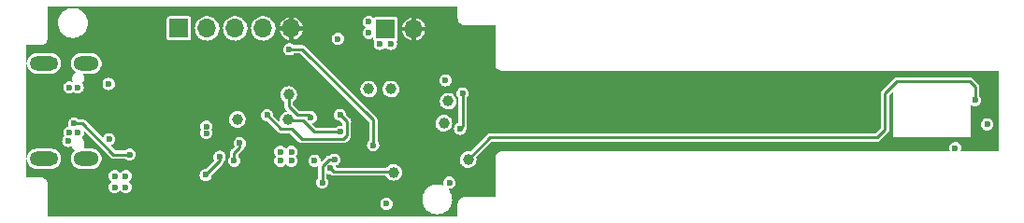
<source format=gbr>
%TF.GenerationSoftware,KiCad,Pcbnew,(6.0.1)*%
%TF.CreationDate,2022-11-23T23:22:51+01:00*%
%TF.ProjectId,usb-magnetometer,7573622d-6d61-4676-9e65-746f6d657465,rev?*%
%TF.SameCoordinates,Original*%
%TF.FileFunction,Copper,L4,Bot*%
%TF.FilePolarity,Positive*%
%FSLAX46Y46*%
G04 Gerber Fmt 4.6, Leading zero omitted, Abs format (unit mm)*
G04 Created by KiCad (PCBNEW (6.0.1)) date 2022-11-23 23:22:51*
%MOMM*%
%LPD*%
G01*
G04 APERTURE LIST*
%TA.AperFunction,ComponentPad*%
%ADD10O,2.600000X1.300000*%
%TD*%
%TA.AperFunction,ComponentPad*%
%ADD11O,2.300000X1.300000*%
%TD*%
%TA.AperFunction,ComponentPad*%
%ADD12R,1.700000X1.700000*%
%TD*%
%TA.AperFunction,ComponentPad*%
%ADD13O,1.700000X1.700000*%
%TD*%
%TA.AperFunction,SMDPad,CuDef*%
%ADD14C,1.000000*%
%TD*%
%TA.AperFunction,ViaPad*%
%ADD15C,0.600000*%
%TD*%
%TA.AperFunction,Conductor*%
%ADD16C,0.250000*%
%TD*%
G04 APERTURE END LIST*
D10*
%TO.P,J1,S1,SHIELD*%
%TO.N,Net-(J1-PadS1)*%
X50100000Y-147420000D03*
D11*
X53925000Y-147420000D03*
D10*
X50100000Y-138780000D03*
D11*
X53925000Y-138780000D03*
%TD*%
D12*
%TO.P,J2,1,Pin_1*%
%TO.N,VDD*%
X62325000Y-135600000D03*
D13*
%TO.P,J2,2,Pin_2*%
%TO.N,Net-(J2-Pad2)*%
X64865000Y-135600000D03*
%TO.P,J2,3,Pin_3*%
%TO.N,Net-(J2-Pad3)*%
X67405000Y-135600000D03*
%TO.P,J2,4,Pin_4*%
%TO.N,Net-(J2-Pad4)*%
X69945000Y-135600000D03*
%TO.P,J2,5,Pin_5*%
%TO.N,GND*%
X72485000Y-135600000D03*
%TD*%
D12*
%TO.P,J3,1,Pin_1*%
%TO.N,VDD*%
X81025000Y-135650000D03*
D13*
%TO.P,J3,2,Pin_2*%
%TO.N,GND*%
X83565000Y-135650000D03*
%TD*%
D14*
%TO.P,TP2,1,1*%
%TO.N,/MCU_TX*%
X67600000Y-143850000D03*
%TD*%
%TO.P,TP9,1,1*%
%TO.N,Net-(TP9-Pad1)*%
X81500000Y-141100000D03*
%TD*%
%TO.P,TP4,1,1*%
%TO.N,/SPI_MISO*%
X86300000Y-144200000D03*
%TD*%
%TO.P,TP7,1,1*%
%TO.N,/CTS*%
X72200000Y-143900000D03*
%TD*%
%TO.P,TP6,1,1*%
%TO.N,/RTS*%
X81750000Y-148650000D03*
%TD*%
%TO.P,TP1,1,1*%
%TO.N,/MCU_RX*%
X72250000Y-141600000D03*
%TD*%
%TO.P,TP8,1,1*%
%TO.N,Net-(TP8-Pad1)*%
X79500000Y-141100000D03*
%TD*%
%TO.P,TP3,1,1*%
%TO.N,/SPI_MOSI*%
X86700000Y-142200000D03*
%TD*%
%TO.P,TP5,1,1*%
%TO.N,/MAG_INT*%
X88500000Y-147500000D03*
%TD*%
D15*
%TO.N,GND*%
X78400000Y-144200000D03*
%TO.N,/nSLEEP*%
X70303844Y-143475500D03*
X76908496Y-143430056D03*
%TO.N,/MCU_RX*%
X74264896Y-143674500D03*
%TO.N,GND*%
X86450000Y-141150000D03*
X77600000Y-136550000D03*
X110000000Y-143000000D03*
X61000000Y-142000000D03*
X88500000Y-150500000D03*
X92000000Y-143000000D03*
X98000000Y-141500000D03*
X68850000Y-140850000D03*
X85000000Y-136000000D03*
X57050000Y-152300000D03*
X87000000Y-136000000D03*
X70850000Y-140850000D03*
X136250000Y-141500000D03*
X95000000Y-139750000D03*
X101000000Y-144750000D03*
X75000000Y-136000000D03*
X97982690Y-142999999D03*
X98000000Y-144750000D03*
X67000000Y-134000000D03*
X101000000Y-141500000D03*
X59050000Y-152300000D03*
X119000000Y-144750000D03*
X85000000Y-134000000D03*
X71000000Y-134000000D03*
X116000000Y-141500000D03*
X55000000Y-136000000D03*
X113000000Y-139750000D03*
X77050000Y-152300000D03*
X56100000Y-142450000D03*
X89000000Y-144750000D03*
X87050000Y-152300000D03*
X116000000Y-144750000D03*
X128000000Y-146450000D03*
X73000000Y-134000000D03*
X110000000Y-146450000D03*
X63000000Y-142000000D03*
X135450000Y-143450000D03*
X49000000Y-148800000D03*
X55050000Y-152300000D03*
X89000000Y-141500000D03*
X113000000Y-144750000D03*
X91994968Y-141492452D03*
X59000000Y-138000000D03*
X84100000Y-148700000D03*
X131000000Y-139750000D03*
X113000000Y-141500000D03*
X116000000Y-146450000D03*
X59000000Y-136000000D03*
X89000000Y-139750000D03*
X72650000Y-145800000D03*
X77000000Y-134000000D03*
X57000000Y-139500000D03*
X55750000Y-139500000D03*
X92000000Y-144750000D03*
X89000000Y-138000000D03*
X87000000Y-134000000D03*
X110000000Y-139750000D03*
X125000000Y-144750000D03*
X49000000Y-146000000D03*
X122000000Y-143000000D03*
X51050000Y-152300000D03*
X53050000Y-152300000D03*
X82000000Y-145000000D03*
X110000000Y-144750000D03*
X79000000Y-134000000D03*
X74650000Y-150400000D03*
X61050000Y-152300000D03*
X51000000Y-134000000D03*
X95000000Y-143000000D03*
X122000000Y-144750000D03*
X72750000Y-150400000D03*
X116000000Y-143000000D03*
X107000000Y-144750000D03*
X104000000Y-144750000D03*
X95000000Y-144750000D03*
X52400000Y-141900000D03*
X95000000Y-141500000D03*
X66800000Y-144850000D03*
X65000000Y-134000000D03*
X125000000Y-141500000D03*
X71050000Y-142300000D03*
X73050000Y-152300000D03*
X87000000Y-138000000D03*
X59100000Y-145300000D03*
X81000000Y-143000000D03*
X136250000Y-143000000D03*
X55000000Y-134000000D03*
X80200000Y-151500000D03*
X98000000Y-146450000D03*
X79050000Y-152300000D03*
X57000000Y-136000000D03*
X55750000Y-147500000D03*
X49000000Y-143100000D03*
X131000000Y-146450000D03*
X63000000Y-134000000D03*
X53000000Y-149000000D03*
X71050000Y-152300000D03*
X62350000Y-144700000D03*
X56050000Y-144600000D03*
X63000000Y-138000000D03*
X101000000Y-143000000D03*
X134000000Y-146450000D03*
X63000000Y-151000000D03*
X101000000Y-139750000D03*
X68950000Y-150400000D03*
X75000000Y-134000000D03*
X104000000Y-146450000D03*
X113000000Y-143000000D03*
X85000000Y-138000000D03*
X65050000Y-152300000D03*
X92000000Y-146450000D03*
X57000000Y-138000000D03*
X121991412Y-141490428D03*
X75050000Y-152300000D03*
X125000000Y-146450000D03*
X107000000Y-139750000D03*
X125000000Y-143000000D03*
X110000000Y-141500000D03*
X61000000Y-138000000D03*
X69000000Y-134000000D03*
X92000000Y-139750000D03*
X136250000Y-146450000D03*
X122000000Y-146450000D03*
X128000000Y-139750000D03*
X104000000Y-143000000D03*
X104000000Y-141500000D03*
X83000000Y-137000000D03*
X58999015Y-150990920D03*
X51000000Y-136000000D03*
X66050000Y-141850000D03*
X90500000Y-150500000D03*
X81050000Y-152300000D03*
X59000000Y-134000000D03*
X71500000Y-145900000D03*
X63000000Y-140000000D03*
X85000000Y-135000000D03*
X69050000Y-152300000D03*
X101000000Y-146450000D03*
X136250000Y-139750000D03*
X83050000Y-152300000D03*
X122000000Y-139750000D03*
X70800000Y-150400000D03*
X125000000Y-139750000D03*
X119000000Y-141500000D03*
X76950000Y-150400000D03*
X95000000Y-146450000D03*
X98000000Y-139750000D03*
X52400000Y-143150000D03*
X104000000Y-139750000D03*
X58100000Y-140850000D03*
X134000000Y-139750000D03*
X49000000Y-140000000D03*
X89000000Y-136000000D03*
X51000000Y-149000000D03*
X57000000Y-134000000D03*
X107000000Y-143000000D03*
X119000000Y-146450000D03*
X90500000Y-148500000D03*
X113000000Y-146450000D03*
X61000000Y-134000000D03*
X136250000Y-144750000D03*
X84000000Y-137000000D03*
X66500000Y-148400000D03*
X49000000Y-137600000D03*
X107000000Y-141500000D03*
X89000000Y-143000000D03*
X84550000Y-152300000D03*
X51000000Y-151000000D03*
X55000000Y-151000000D03*
X119000000Y-139750000D03*
X119000000Y-143000000D03*
X63050000Y-152300000D03*
X67050000Y-152300000D03*
X107000000Y-146450000D03*
X116000000Y-139750000D03*
X61000000Y-140000000D03*
X83000000Y-134000000D03*
X81000000Y-134000000D03*
%TO.N,VDD*%
X135500000Y-144300000D03*
X132600000Y-146450000D03*
X71500000Y-147600000D03*
X79500000Y-136000000D03*
X64800000Y-145100000D03*
X74600000Y-147600000D03*
X86800000Y-149600000D03*
X81100000Y-151500000D03*
X79500000Y-135000000D03*
X76700000Y-136550000D03*
X71500000Y-146800000D03*
X80500000Y-137000000D03*
X86450000Y-140300000D03*
X72500000Y-147600000D03*
X81500000Y-137000000D03*
X64800000Y-144500000D03*
X72500000Y-146800000D03*
%TO.N,/nRST*%
X79900000Y-146200000D03*
X72300000Y-137500000D03*
%TO.N,Net-(J1-PadB5)*%
X57850000Y-147050000D03*
X52824407Y-144229133D03*
%TO.N,/RTS*%
X76000000Y-148300000D03*
X81723608Y-148664079D03*
%TO.N,/CTS*%
X72200000Y-143925500D03*
X76900000Y-145000000D03*
%TO.N,/RI*%
X67824500Y-146000000D03*
X76400000Y-147500000D03*
X75300000Y-149582000D03*
X67324500Y-147600000D03*
%TO.N,/MCU_RX*%
X66000000Y-147250000D03*
X64737398Y-148890826D03*
X72250000Y-141600000D03*
%TO.N,/MCU_TX*%
X67600000Y-143850000D03*
%TO.N,/SPI_SCK*%
X87771937Y-144705908D03*
X88000000Y-141500000D03*
%TO.N,/SPI_MOSI*%
X86700000Y-142200000D03*
%TO.N,/SPI_MISO*%
X86300000Y-144200000D03*
%TO.N,/MAG_INT*%
X88500000Y-147500000D03*
X134400000Y-142100000D03*
%TO.N,Net-(TP8-Pad1)*%
X79500000Y-141100000D03*
%TO.N,Net-(TP9-Pad1)*%
X81500000Y-141100000D03*
%TO.N,/VBUS*%
X52400000Y-140950000D03*
X53150000Y-140950000D03*
X55950000Y-140650000D03*
X56500000Y-149000000D03*
X57500000Y-150000000D03*
X56500000Y-150000000D03*
X52400000Y-145050000D03*
X56000000Y-145650000D03*
X53174080Y-145052617D03*
X52300000Y-145800000D03*
X57500000Y-149000000D03*
%TD*%
D16*
%TO.N,/nSLEEP*%
X71552855Y-144724511D02*
X72541525Y-144724511D01*
X70303844Y-143475500D02*
X71552855Y-144724511D01*
X73441525Y-145624511D02*
X72541525Y-144724511D01*
X77225489Y-145624511D02*
X73441525Y-145624511D01*
X77524511Y-144046071D02*
X77524511Y-145325489D01*
X76908496Y-143430056D02*
X77524511Y-144046071D01*
X77524511Y-145325489D02*
X77225489Y-145624511D01*
%TO.N,/MCU_RX*%
X72250000Y-142700000D02*
X72250000Y-141600000D01*
X73025980Y-143475980D02*
X72250000Y-142700000D01*
X74264896Y-143674500D02*
X74066376Y-143475980D01*
X74066376Y-143475980D02*
X73025980Y-143475980D01*
%TO.N,/nRST*%
X73500000Y-137500000D02*
X72300000Y-137500000D01*
X79900000Y-143900000D02*
X73500000Y-137500000D01*
X79900000Y-146200000D02*
X79900000Y-143900000D01*
%TO.N,Net-(J1-PadB5)*%
X56400000Y-147050000D02*
X57850000Y-147050000D01*
X53579133Y-144229133D02*
X56400000Y-147050000D01*
X52824407Y-144229133D02*
X53579133Y-144229133D01*
%TO.N,/RTS*%
X81659529Y-148600000D02*
X76300000Y-148600000D01*
X76300000Y-148600000D02*
X76000000Y-148300000D01*
X81723608Y-148664079D02*
X81659529Y-148600000D01*
%TO.N,/CTS*%
X76900000Y-145000000D02*
X74600000Y-145000000D01*
X74600000Y-145000000D02*
X73525500Y-143925500D01*
X73525500Y-143925500D02*
X72200000Y-143925500D01*
%TO.N,/RI*%
X67324500Y-147600000D02*
X67324500Y-146875500D01*
X67824500Y-146375500D02*
X67824500Y-146000000D01*
X76400000Y-147500000D02*
X75916807Y-147500000D01*
X75300000Y-148116807D02*
X75300000Y-149582000D01*
X67324500Y-146875500D02*
X67824500Y-146375500D01*
X75916807Y-147500000D02*
X75300000Y-148116807D01*
%TO.N,/MCU_RX*%
X66000000Y-147250000D02*
X66000000Y-147600000D01*
X64737398Y-148862602D02*
X64737398Y-148890826D01*
X66000000Y-147600000D02*
X64737398Y-148862602D01*
%TO.N,/SPI_SCK*%
X88000000Y-141500000D02*
X88000000Y-144477845D01*
X88000000Y-144477845D02*
X87771937Y-144705908D01*
%TO.N,/MAG_INT*%
X134400000Y-140900000D02*
X133900000Y-140400000D01*
X127350000Y-140400000D02*
X126250000Y-141500000D01*
X125500000Y-145500000D02*
X90500000Y-145500000D01*
X126250000Y-141500000D02*
X126250000Y-144750000D01*
X134400000Y-142100000D02*
X134400000Y-140900000D01*
X126250000Y-144750000D02*
X125500000Y-145500000D01*
X133900000Y-140400000D02*
X127350000Y-140400000D01*
X90500000Y-145500000D02*
X88500000Y-147500000D01*
%TD*%
%TA.AperFunction,Conductor*%
%TO.N,GND*%
G36*
X87535648Y-133614352D02*
G01*
X87550000Y-133649000D01*
X87550000Y-134618595D01*
X87549397Y-134626261D01*
X87545637Y-134650000D01*
X87546240Y-134653808D01*
X87546240Y-134653809D01*
X87546331Y-134654384D01*
X87546626Y-134656561D01*
X87562287Y-134795554D01*
X87583097Y-134855026D01*
X87598138Y-134898008D01*
X87610665Y-134933809D01*
X87688594Y-135057833D01*
X87792167Y-135161406D01*
X87916191Y-135239335D01*
X87918786Y-135240243D01*
X87918788Y-135240244D01*
X87947335Y-135250233D01*
X88054446Y-135287713D01*
X88057179Y-135288021D01*
X88123765Y-135295524D01*
X88134508Y-135297982D01*
X88136082Y-135298534D01*
X88136083Y-135298534D01*
X88138993Y-135299556D01*
X88142064Y-135299822D01*
X88143064Y-135299909D01*
X88143073Y-135299909D01*
X88144119Y-135300000D01*
X88160743Y-135300000D01*
X88166227Y-135300308D01*
X88193443Y-135303374D01*
X88195616Y-135303669D01*
X88196191Y-135303760D01*
X88196192Y-135303760D01*
X88200000Y-135304363D01*
X88203807Y-135303760D01*
X88205468Y-135303497D01*
X88223739Y-135300603D01*
X88231405Y-135300000D01*
X90901000Y-135300000D01*
X90935648Y-135314352D01*
X90950000Y-135349000D01*
X90950000Y-138768595D01*
X90949397Y-138776261D01*
X90945637Y-138800000D01*
X90946240Y-138803808D01*
X90946240Y-138803809D01*
X90946331Y-138804384D01*
X90946626Y-138806561D01*
X90962287Y-138945554D01*
X90963196Y-138948151D01*
X91001822Y-139058536D01*
X91010665Y-139083809D01*
X91088594Y-139207833D01*
X91192167Y-139311406D01*
X91316191Y-139389335D01*
X91318786Y-139390243D01*
X91318788Y-139390244D01*
X91385319Y-139413524D01*
X91454446Y-139437713D01*
X91457179Y-139438021D01*
X91523765Y-139445524D01*
X91534508Y-139447982D01*
X91536082Y-139448534D01*
X91536083Y-139448534D01*
X91538993Y-139449556D01*
X91542064Y-139449822D01*
X91543064Y-139449909D01*
X91543073Y-139449909D01*
X91544119Y-139450000D01*
X91560743Y-139450000D01*
X91566227Y-139450308D01*
X91593443Y-139453374D01*
X91595616Y-139453669D01*
X91596191Y-139453760D01*
X91596192Y-139453760D01*
X91600000Y-139454363D01*
X91603807Y-139453760D01*
X91605468Y-139453497D01*
X91623739Y-139450603D01*
X91631405Y-139450000D01*
X136501000Y-139450000D01*
X136535648Y-139464352D01*
X136550000Y-139499000D01*
X136550000Y-146701000D01*
X136535648Y-146735648D01*
X136501000Y-146750000D01*
X133149256Y-146750000D01*
X133114608Y-146735648D01*
X133100256Y-146701000D01*
X133103986Y-146682248D01*
X133106499Y-146676183D01*
X133129806Y-146619914D01*
X133139000Y-146597719D01*
X133139000Y-146597718D01*
X133140228Y-146594754D01*
X133145897Y-146551697D01*
X133158866Y-146453183D01*
X133159285Y-146450000D01*
X133155846Y-146423877D01*
X133140647Y-146308428D01*
X133140647Y-146308427D01*
X133140228Y-146305246D01*
X133139001Y-146302284D01*
X133139000Y-146302280D01*
X133085584Y-146173325D01*
X133084355Y-146170358D01*
X132995474Y-146054526D01*
X132879643Y-145965645D01*
X132876680Y-145964418D01*
X132876677Y-145964416D01*
X132747720Y-145911000D01*
X132747716Y-145910999D01*
X132744754Y-145909772D01*
X132741573Y-145909353D01*
X132741572Y-145909353D01*
X132603183Y-145891134D01*
X132600000Y-145890715D01*
X132596817Y-145891134D01*
X132458428Y-145909353D01*
X132458427Y-145909353D01*
X132455246Y-145909772D01*
X132452284Y-145910999D01*
X132452280Y-145911000D01*
X132363632Y-145947720D01*
X132320358Y-145965645D01*
X132204526Y-146054526D01*
X132115645Y-146170358D01*
X132114416Y-146173325D01*
X132061000Y-146302280D01*
X132060999Y-146302284D01*
X132059772Y-146305246D01*
X132059353Y-146308427D01*
X132059353Y-146308428D01*
X132044154Y-146423877D01*
X132040715Y-146450000D01*
X132041134Y-146453183D01*
X132054104Y-146551697D01*
X132059772Y-146594754D01*
X132061000Y-146597718D01*
X132061000Y-146597719D01*
X132070194Y-146619914D01*
X132093502Y-146676183D01*
X132096014Y-146682248D01*
X132096014Y-146719751D01*
X132069496Y-146746270D01*
X132050744Y-146750000D01*
X91631405Y-146750000D01*
X91623739Y-146749397D01*
X91606244Y-146746626D01*
X91600000Y-146745637D01*
X91596192Y-146746240D01*
X91596191Y-146746240D01*
X91595616Y-146746331D01*
X91593439Y-146746626D01*
X91568846Y-146749397D01*
X91454446Y-146762287D01*
X91436868Y-146768438D01*
X91318788Y-146809756D01*
X91318786Y-146809757D01*
X91316191Y-146810665D01*
X91192167Y-146888594D01*
X91088594Y-146992167D01*
X91010665Y-147116191D01*
X91009757Y-147118786D01*
X91009756Y-147118788D01*
X90995300Y-147160102D01*
X90962287Y-147254446D01*
X90961979Y-147257179D01*
X90954476Y-147323765D01*
X90952018Y-147334508D01*
X90951948Y-147334709D01*
X90950444Y-147338993D01*
X90950000Y-147344119D01*
X90950000Y-147360743D01*
X90949692Y-147366227D01*
X90946836Y-147391572D01*
X90946626Y-147393440D01*
X90946331Y-147395616D01*
X90945637Y-147400000D01*
X90946240Y-147403807D01*
X90949397Y-147423739D01*
X90950000Y-147431405D01*
X90950000Y-150851000D01*
X90935648Y-150885648D01*
X90901000Y-150900000D01*
X88231405Y-150900000D01*
X88223739Y-150899397D01*
X88206244Y-150896626D01*
X88200000Y-150895637D01*
X88196192Y-150896240D01*
X88196191Y-150896240D01*
X88195616Y-150896331D01*
X88193437Y-150896626D01*
X88054446Y-150912287D01*
X88025391Y-150922454D01*
X87918788Y-150959756D01*
X87918786Y-150959757D01*
X87916191Y-150960665D01*
X87792167Y-151038594D01*
X87688594Y-151142167D01*
X87610665Y-151266191D01*
X87562287Y-151404446D01*
X87561979Y-151407179D01*
X87554476Y-151473765D01*
X87552018Y-151484508D01*
X87551466Y-151486082D01*
X87550444Y-151488993D01*
X87550000Y-151494119D01*
X87550000Y-151510743D01*
X87549692Y-151516227D01*
X87547017Y-151539969D01*
X87546626Y-151543440D01*
X87546331Y-151545616D01*
X87545637Y-151550000D01*
X87546240Y-151553807D01*
X87549397Y-151573739D01*
X87550000Y-151581405D01*
X87550000Y-152601000D01*
X87535648Y-152635648D01*
X87501000Y-152650000D01*
X50499000Y-152650000D01*
X50464352Y-152635648D01*
X50450000Y-152601000D01*
X50450000Y-151500000D01*
X80540715Y-151500000D01*
X80541134Y-151503183D01*
X80548802Y-151561424D01*
X80559772Y-151644754D01*
X80560999Y-151647716D01*
X80561000Y-151647720D01*
X80601892Y-151746439D01*
X80615645Y-151779642D01*
X80704526Y-151895474D01*
X80820357Y-151984355D01*
X80823320Y-151985582D01*
X80823323Y-151985584D01*
X80952280Y-152039000D01*
X80952284Y-152039001D01*
X80955246Y-152040228D01*
X80958427Y-152040647D01*
X80958428Y-152040647D01*
X81096817Y-152058866D01*
X81100000Y-152059285D01*
X81103183Y-152058866D01*
X81241572Y-152040647D01*
X81241573Y-152040647D01*
X81244754Y-152040228D01*
X81247716Y-152039001D01*
X81247720Y-152039000D01*
X81376677Y-151985584D01*
X81376680Y-151985582D01*
X81379643Y-151984355D01*
X81495474Y-151895474D01*
X81584355Y-151779642D01*
X81598108Y-151746439D01*
X81639000Y-151647720D01*
X81639001Y-151647716D01*
X81640228Y-151644754D01*
X81651199Y-151561424D01*
X81658866Y-151503183D01*
X81659285Y-151500000D01*
X81657453Y-151486082D01*
X81640647Y-151358428D01*
X81640647Y-151358427D01*
X81640228Y-151355246D01*
X81639001Y-151352284D01*
X81639000Y-151352280D01*
X81585584Y-151223325D01*
X81584355Y-151220358D01*
X81495474Y-151104526D01*
X81489576Y-151100000D01*
X84344843Y-151100000D01*
X84345029Y-151102126D01*
X84345029Y-151102129D01*
X84359383Y-151266191D01*
X84365431Y-151335321D01*
X84365986Y-151337391D01*
X84365986Y-151337393D01*
X84413905Y-151516230D01*
X84426569Y-151563491D01*
X84437864Y-151587713D01*
X84511880Y-151746439D01*
X84526400Y-151777578D01*
X84527626Y-151779328D01*
X84527626Y-151779329D01*
X84608952Y-151895474D01*
X84661890Y-151971078D01*
X84828922Y-152138110D01*
X85022421Y-152273600D01*
X85236509Y-152373431D01*
X85238574Y-152373984D01*
X85238576Y-152373985D01*
X85462607Y-152434014D01*
X85462609Y-152434014D01*
X85464679Y-152434569D01*
X85466806Y-152434755D01*
X85466811Y-152434756D01*
X85697874Y-152454971D01*
X85700000Y-152455157D01*
X85702126Y-152454971D01*
X85933189Y-152434756D01*
X85933194Y-152434755D01*
X85935321Y-152434569D01*
X85937391Y-152434014D01*
X85937393Y-152434014D01*
X86161424Y-152373985D01*
X86161426Y-152373984D01*
X86163491Y-152373431D01*
X86377579Y-152273600D01*
X86571078Y-152138110D01*
X86738110Y-151971078D01*
X86791049Y-151895474D01*
X86872374Y-151779329D01*
X86872374Y-151779328D01*
X86873600Y-151777578D01*
X86888121Y-151746439D01*
X86962136Y-151587713D01*
X86973431Y-151563491D01*
X86986095Y-151516230D01*
X87034014Y-151337393D01*
X87034014Y-151337391D01*
X87034569Y-151335321D01*
X87044368Y-151223325D01*
X87054971Y-151102126D01*
X87055157Y-151100000D01*
X87047777Y-151015645D01*
X87034756Y-150866811D01*
X87034755Y-150866806D01*
X87034569Y-150864679D01*
X87015321Y-150792842D01*
X86973985Y-150638576D01*
X86973984Y-150638574D01*
X86973431Y-150636509D01*
X86873600Y-150422422D01*
X86872374Y-150420671D01*
X86741988Y-150234460D01*
X86733870Y-150197846D01*
X86754021Y-150166217D01*
X86788521Y-150157774D01*
X86796816Y-150158866D01*
X86796817Y-150158866D01*
X86800000Y-150159285D01*
X86803183Y-150158866D01*
X86941572Y-150140647D01*
X86941573Y-150140647D01*
X86944754Y-150140228D01*
X86947716Y-150139001D01*
X86947720Y-150139000D01*
X87076677Y-150085584D01*
X87076680Y-150085582D01*
X87079643Y-150084355D01*
X87195474Y-149995474D01*
X87284355Y-149879642D01*
X87297235Y-149848548D01*
X87339000Y-149747720D01*
X87339001Y-149747716D01*
X87340228Y-149744754D01*
X87340942Y-149739335D01*
X87358866Y-149603183D01*
X87359285Y-149600000D01*
X87341669Y-149466191D01*
X87340647Y-149458428D01*
X87340647Y-149458427D01*
X87340228Y-149455246D01*
X87339001Y-149452284D01*
X87339000Y-149452280D01*
X87285584Y-149323325D01*
X87284355Y-149320358D01*
X87195474Y-149204526D01*
X87147223Y-149167501D01*
X87082192Y-149117601D01*
X87079643Y-149115645D01*
X87076674Y-149114415D01*
X86947720Y-149061000D01*
X86947716Y-149060999D01*
X86944754Y-149059772D01*
X86941573Y-149059353D01*
X86941572Y-149059353D01*
X86803183Y-149041134D01*
X86800000Y-149040715D01*
X86796817Y-149041134D01*
X86658428Y-149059353D01*
X86658427Y-149059353D01*
X86655246Y-149059772D01*
X86652284Y-149060999D01*
X86652280Y-149061000D01*
X86523327Y-149114415D01*
X86520358Y-149115645D01*
X86404526Y-149204526D01*
X86315645Y-149320358D01*
X86314416Y-149323325D01*
X86261000Y-149452280D01*
X86260999Y-149452284D01*
X86259772Y-149455246D01*
X86259353Y-149458427D01*
X86259353Y-149458428D01*
X86258331Y-149466191D01*
X86240715Y-149600000D01*
X86241134Y-149603183D01*
X86259059Y-149739335D01*
X86259772Y-149744754D01*
X86261000Y-149747718D01*
X86261000Y-149747719D01*
X86261945Y-149750000D01*
X86274954Y-149781405D01*
X86276603Y-149785387D01*
X86276603Y-149822890D01*
X86250085Y-149849409D01*
X86210625Y-149848548D01*
X86197720Y-149842531D01*
X86163491Y-149826569D01*
X86161426Y-149826016D01*
X86161424Y-149826015D01*
X85937393Y-149765986D01*
X85937391Y-149765986D01*
X85935321Y-149765431D01*
X85933194Y-149765245D01*
X85933189Y-149765244D01*
X85702126Y-149745029D01*
X85700000Y-149744843D01*
X85697874Y-149745029D01*
X85466811Y-149765244D01*
X85466806Y-149765245D01*
X85464679Y-149765431D01*
X85462609Y-149765986D01*
X85462607Y-149765986D01*
X85238576Y-149826015D01*
X85238574Y-149826016D01*
X85236509Y-149826569D01*
X85168188Y-149858428D01*
X85062994Y-149907481D01*
X85022422Y-149926400D01*
X85020672Y-149927626D01*
X85020671Y-149927626D01*
X84920981Y-149997430D01*
X84828922Y-150061890D01*
X84661890Y-150228922D01*
X84660660Y-150230679D01*
X84660658Y-150230681D01*
X84527626Y-150420671D01*
X84526400Y-150422422D01*
X84426569Y-150636509D01*
X84426016Y-150638574D01*
X84426015Y-150638576D01*
X84384680Y-150792842D01*
X84365431Y-150864679D01*
X84365245Y-150866806D01*
X84365244Y-150866811D01*
X84352629Y-151011007D01*
X84345439Y-151093193D01*
X84344843Y-151100000D01*
X81489576Y-151100000D01*
X81379643Y-151015645D01*
X81376680Y-151014418D01*
X81376677Y-151014416D01*
X81247720Y-150961000D01*
X81247716Y-150960999D01*
X81244754Y-150959772D01*
X81241573Y-150959353D01*
X81241572Y-150959353D01*
X81103183Y-150941134D01*
X81100000Y-150940715D01*
X81096817Y-150941134D01*
X80958428Y-150959353D01*
X80958427Y-150959353D01*
X80955246Y-150959772D01*
X80952284Y-150960999D01*
X80952280Y-150961000D01*
X80890707Y-150986505D01*
X80820358Y-151015645D01*
X80817809Y-151017601D01*
X80716219Y-151095554D01*
X80704526Y-151104526D01*
X80615645Y-151220358D01*
X80614416Y-151223325D01*
X80561000Y-151352280D01*
X80560999Y-151352284D01*
X80559772Y-151355246D01*
X80559353Y-151358427D01*
X80559353Y-151358428D01*
X80542547Y-151486082D01*
X80540715Y-151500000D01*
X50450000Y-151500000D01*
X50450000Y-150000000D01*
X55940715Y-150000000D01*
X55959772Y-150144754D01*
X55960999Y-150147716D01*
X55961000Y-150147720D01*
X55994007Y-150227404D01*
X56015645Y-150279642D01*
X56104526Y-150395474D01*
X56220357Y-150484355D01*
X56223320Y-150485582D01*
X56223323Y-150485584D01*
X56352280Y-150539000D01*
X56352284Y-150539001D01*
X56355246Y-150540228D01*
X56358427Y-150540647D01*
X56358428Y-150540647D01*
X56496817Y-150558866D01*
X56500000Y-150559285D01*
X56503183Y-150558866D01*
X56641572Y-150540647D01*
X56641573Y-150540647D01*
X56644754Y-150540228D01*
X56647716Y-150539001D01*
X56647720Y-150539000D01*
X56776677Y-150485584D01*
X56776680Y-150485582D01*
X56779643Y-150484355D01*
X56895474Y-150395474D01*
X56961125Y-150309915D01*
X56993604Y-150291163D01*
X57029829Y-150300870D01*
X57038874Y-150309915D01*
X57104526Y-150395474D01*
X57220357Y-150484355D01*
X57223320Y-150485582D01*
X57223323Y-150485584D01*
X57352280Y-150539000D01*
X57352284Y-150539001D01*
X57355246Y-150540228D01*
X57358427Y-150540647D01*
X57358428Y-150540647D01*
X57496817Y-150558866D01*
X57500000Y-150559285D01*
X57503183Y-150558866D01*
X57641572Y-150540647D01*
X57641573Y-150540647D01*
X57644754Y-150540228D01*
X57647716Y-150539001D01*
X57647720Y-150539000D01*
X57776677Y-150485584D01*
X57776680Y-150485582D01*
X57779643Y-150484355D01*
X57895474Y-150395474D01*
X57984355Y-150279642D01*
X58005993Y-150227404D01*
X58039000Y-150147720D01*
X58039001Y-150147716D01*
X58040228Y-150144754D01*
X58059285Y-150000000D01*
X58049757Y-149927626D01*
X58040647Y-149858428D01*
X58040647Y-149858427D01*
X58040228Y-149855246D01*
X58039001Y-149852284D01*
X58039000Y-149852280D01*
X57985584Y-149723325D01*
X57984355Y-149720358D01*
X57939120Y-149661406D01*
X57897430Y-149607075D01*
X57895474Y-149604526D01*
X57809915Y-149538873D01*
X57791163Y-149506396D01*
X57800870Y-149470171D01*
X57809915Y-149461126D01*
X57821444Y-149452280D01*
X57895474Y-149395474D01*
X57984355Y-149279642D01*
X57985584Y-149276675D01*
X58039000Y-149147720D01*
X58039001Y-149147716D01*
X58040228Y-149144754D01*
X58041411Y-149135772D01*
X58058866Y-149003183D01*
X58059285Y-149000000D01*
X58058476Y-148993852D01*
X58044912Y-148890826D01*
X64178113Y-148890826D01*
X64178532Y-148894009D01*
X64189724Y-148979018D01*
X64197170Y-149035580D01*
X64198397Y-149038542D01*
X64198398Y-149038546D01*
X64233155Y-149122454D01*
X64253043Y-149170468D01*
X64341924Y-149286300D01*
X64344473Y-149288256D01*
X64393944Y-149326217D01*
X64457755Y-149375181D01*
X64460718Y-149376408D01*
X64460721Y-149376410D01*
X64589678Y-149429826D01*
X64589682Y-149429827D01*
X64592644Y-149431054D01*
X64595825Y-149431473D01*
X64595826Y-149431473D01*
X64734215Y-149449692D01*
X64737398Y-149450111D01*
X64740581Y-149449692D01*
X64878970Y-149431473D01*
X64878971Y-149431473D01*
X64882152Y-149431054D01*
X64885114Y-149429827D01*
X64885118Y-149429826D01*
X65014075Y-149376410D01*
X65014078Y-149376408D01*
X65017041Y-149375181D01*
X65080852Y-149326217D01*
X65130323Y-149288256D01*
X65132872Y-149286300D01*
X65221753Y-149170468D01*
X65241641Y-149122454D01*
X65276398Y-149038546D01*
X65276399Y-149038542D01*
X65277626Y-149035580D01*
X65285073Y-148979018D01*
X65296264Y-148894009D01*
X65296683Y-148890826D01*
X65293925Y-148869880D01*
X65303631Y-148833655D01*
X65307858Y-148828836D01*
X66236011Y-147900683D01*
X66244076Y-147894169D01*
X66258940Y-147884571D01*
X66282541Y-147854633D01*
X66286373Y-147850321D01*
X66290638Y-147846056D01*
X66302919Y-147828871D01*
X66304304Y-147827027D01*
X66334647Y-147788536D01*
X66334648Y-147788535D01*
X66337156Y-147785353D01*
X66338499Y-147781528D01*
X66340448Y-147777983D01*
X66340596Y-147778064D01*
X66341528Y-147776271D01*
X66341378Y-147776197D01*
X66343159Y-147772561D01*
X66345514Y-147769266D01*
X66360729Y-147718390D01*
X66361443Y-147716196D01*
X66378054Y-147668894D01*
X66391412Y-147650462D01*
X66390653Y-147649703D01*
X66392928Y-147647427D01*
X66395474Y-147645474D01*
X66430367Y-147600000D01*
X66765215Y-147600000D01*
X66784272Y-147744754D01*
X66785499Y-147747716D01*
X66785500Y-147747720D01*
X66818351Y-147827027D01*
X66840145Y-147879642D01*
X66863374Y-147909915D01*
X66905201Y-147964424D01*
X66929026Y-147995474D01*
X67044857Y-148084355D01*
X67047820Y-148085582D01*
X67047823Y-148085584D01*
X67176780Y-148139000D01*
X67176784Y-148139001D01*
X67179746Y-148140228D01*
X67182927Y-148140647D01*
X67182928Y-148140647D01*
X67321317Y-148158866D01*
X67324500Y-148159285D01*
X67327683Y-148158866D01*
X67466072Y-148140647D01*
X67466073Y-148140647D01*
X67469254Y-148140228D01*
X67472216Y-148139001D01*
X67472220Y-148139000D01*
X67601177Y-148085584D01*
X67601180Y-148085582D01*
X67604143Y-148084355D01*
X67719974Y-147995474D01*
X67743800Y-147964424D01*
X67785626Y-147909915D01*
X67808855Y-147879642D01*
X67830649Y-147827027D01*
X67863500Y-147747720D01*
X67863501Y-147747716D01*
X67864728Y-147744754D01*
X67883785Y-147600000D01*
X70940715Y-147600000D01*
X70959772Y-147744754D01*
X70960999Y-147747716D01*
X70961000Y-147747720D01*
X70993851Y-147827027D01*
X71015645Y-147879642D01*
X71038874Y-147909915D01*
X71080701Y-147964424D01*
X71104526Y-147995474D01*
X71220357Y-148084355D01*
X71223320Y-148085582D01*
X71223323Y-148085584D01*
X71352280Y-148139000D01*
X71352284Y-148139001D01*
X71355246Y-148140228D01*
X71358427Y-148140647D01*
X71358428Y-148140647D01*
X71496817Y-148158866D01*
X71500000Y-148159285D01*
X71503183Y-148158866D01*
X71641572Y-148140647D01*
X71641573Y-148140647D01*
X71644754Y-148140228D01*
X71647716Y-148139001D01*
X71647720Y-148139000D01*
X71776677Y-148085584D01*
X71776680Y-148085582D01*
X71779643Y-148084355D01*
X71895474Y-147995474D01*
X71916886Y-147967569D01*
X71961126Y-147909915D01*
X71993604Y-147891163D01*
X72029829Y-147900870D01*
X72038874Y-147909915D01*
X72083114Y-147967569D01*
X72104526Y-147995474D01*
X72220357Y-148084355D01*
X72223320Y-148085582D01*
X72223323Y-148085584D01*
X72352280Y-148139000D01*
X72352284Y-148139001D01*
X72355246Y-148140228D01*
X72358427Y-148140647D01*
X72358428Y-148140647D01*
X72496817Y-148158866D01*
X72500000Y-148159285D01*
X72503183Y-148158866D01*
X72641572Y-148140647D01*
X72641573Y-148140647D01*
X72644754Y-148140228D01*
X72647716Y-148139001D01*
X72647720Y-148139000D01*
X72776677Y-148085584D01*
X72776680Y-148085582D01*
X72779643Y-148084355D01*
X72895474Y-147995474D01*
X72919300Y-147964424D01*
X72961126Y-147909915D01*
X72984355Y-147879642D01*
X73006149Y-147827027D01*
X73039000Y-147747720D01*
X73039001Y-147747716D01*
X73040228Y-147744754D01*
X73059285Y-147600000D01*
X74040715Y-147600000D01*
X74059772Y-147744754D01*
X74060999Y-147747716D01*
X74061000Y-147747720D01*
X74093851Y-147827027D01*
X74115645Y-147879642D01*
X74138874Y-147909915D01*
X74180701Y-147964424D01*
X74204526Y-147995474D01*
X74320357Y-148084355D01*
X74323320Y-148085582D01*
X74323323Y-148085584D01*
X74452280Y-148139000D01*
X74452284Y-148139001D01*
X74455246Y-148140228D01*
X74458427Y-148140647D01*
X74458428Y-148140647D01*
X74596817Y-148158866D01*
X74600000Y-148159285D01*
X74603183Y-148158866D01*
X74741572Y-148140647D01*
X74741573Y-148140647D01*
X74744754Y-148140228D01*
X74747716Y-148139001D01*
X74747720Y-148139000D01*
X74830323Y-148104784D01*
X74852749Y-148095495D01*
X74890251Y-148095495D01*
X74916770Y-148122013D01*
X74920500Y-148140765D01*
X74920500Y-149150848D01*
X74906281Y-149185179D01*
X74904526Y-149186526D01*
X74815645Y-149302358D01*
X74814416Y-149305325D01*
X74761000Y-149434280D01*
X74760999Y-149434284D01*
X74759772Y-149437246D01*
X74740715Y-149582000D01*
X74741134Y-149585183D01*
X74759321Y-149723325D01*
X74759772Y-149726754D01*
X74760999Y-149729716D01*
X74761000Y-149729720D01*
X74810221Y-149848548D01*
X74815645Y-149861642D01*
X74904526Y-149977474D01*
X75020357Y-150066355D01*
X75023320Y-150067582D01*
X75023323Y-150067584D01*
X75152280Y-150121000D01*
X75152284Y-150121001D01*
X75155246Y-150122228D01*
X75158427Y-150122647D01*
X75158428Y-150122647D01*
X75296817Y-150140866D01*
X75300000Y-150141285D01*
X75303183Y-150140866D01*
X75441572Y-150122647D01*
X75441573Y-150122647D01*
X75444754Y-150122228D01*
X75447716Y-150121001D01*
X75447720Y-150121000D01*
X75576677Y-150067584D01*
X75576680Y-150067582D01*
X75579643Y-150066355D01*
X75695474Y-149977474D01*
X75784355Y-149861642D01*
X75789779Y-149848548D01*
X75839000Y-149729720D01*
X75839001Y-149729716D01*
X75840228Y-149726754D01*
X75840680Y-149723325D01*
X75858866Y-149585183D01*
X75859285Y-149582000D01*
X75840228Y-149437246D01*
X75839001Y-149434284D01*
X75839000Y-149434280D01*
X75785584Y-149305325D01*
X75784355Y-149302358D01*
X75695474Y-149186526D01*
X75693719Y-149185179D01*
X75679500Y-149150848D01*
X75679500Y-148840765D01*
X75693852Y-148806117D01*
X75728500Y-148791765D01*
X75747251Y-148795495D01*
X75772895Y-148806117D01*
X75852280Y-148839000D01*
X75852284Y-148839001D01*
X75855246Y-148840228D01*
X75858427Y-148840647D01*
X75858428Y-148840647D01*
X75898504Y-148845923D01*
X75999278Y-148859190D01*
X76000000Y-148859285D01*
X75999980Y-148859433D01*
X76028680Y-148869386D01*
X76045367Y-148882541D01*
X76049679Y-148886373D01*
X76053944Y-148890638D01*
X76064343Y-148898069D01*
X76071129Y-148902919D01*
X76072973Y-148904304D01*
X76111464Y-148934647D01*
X76114647Y-148937156D01*
X76118472Y-148938499D01*
X76122017Y-148940448D01*
X76121936Y-148940596D01*
X76123729Y-148941528D01*
X76123803Y-148941378D01*
X76127439Y-148943159D01*
X76130734Y-148945514D01*
X76134613Y-148946674D01*
X76181609Y-148960729D01*
X76183802Y-148961442D01*
X76233851Y-148979018D01*
X76236920Y-148979284D01*
X76236921Y-148979284D01*
X76238364Y-148979409D01*
X76238367Y-148979409D01*
X76239416Y-148979500D01*
X76239415Y-148979513D01*
X76243852Y-148980261D01*
X76243879Y-148980045D01*
X76247898Y-148980553D01*
X76251778Y-148981713D01*
X76255827Y-148981554D01*
X76307137Y-148979538D01*
X76309061Y-148979500D01*
X81039813Y-148979500D01*
X81074461Y-148993852D01*
X81081726Y-149003117D01*
X81148435Y-149113267D01*
X81150335Y-149115235D01*
X81150337Y-149115237D01*
X81189189Y-149155469D01*
X81266021Y-149235031D01*
X81407660Y-149327717D01*
X81566315Y-149386720D01*
X81569024Y-149387081D01*
X81569026Y-149387082D01*
X81631924Y-149395474D01*
X81734099Y-149409107D01*
X81736824Y-149408859D01*
X81736826Y-149408859D01*
X81899941Y-149394015D01*
X81899944Y-149394014D01*
X81902673Y-149393766D01*
X82063659Y-149341458D01*
X82066012Y-149340055D01*
X82066015Y-149340054D01*
X82206703Y-149256187D01*
X82206705Y-149256185D01*
X82209056Y-149254784D01*
X82224012Y-149240542D01*
X82329657Y-149139939D01*
X82329659Y-149139936D01*
X82331638Y-149138052D01*
X82347343Y-149114415D01*
X82423793Y-148999348D01*
X82423794Y-148999347D01*
X82425311Y-148997063D01*
X82431142Y-148981713D01*
X82484447Y-148841387D01*
X82484448Y-148841382D01*
X82485420Y-148838824D01*
X82508978Y-148671200D01*
X82509274Y-148650000D01*
X82502239Y-148587277D01*
X82490712Y-148484508D01*
X82490711Y-148484504D01*
X82490406Y-148481784D01*
X82489505Y-148479197D01*
X82489504Y-148479192D01*
X82435639Y-148324515D01*
X82435637Y-148324512D01*
X82434738Y-148321929D01*
X82433289Y-148319610D01*
X82433287Y-148319606D01*
X82346491Y-148180704D01*
X82346490Y-148180703D01*
X82345038Y-148178379D01*
X82342892Y-148176217D01*
X82252889Y-148085584D01*
X82225764Y-148058269D01*
X82122799Y-147992925D01*
X82085156Y-147969036D01*
X82085154Y-147969035D01*
X82082844Y-147967569D01*
X82080266Y-147966651D01*
X82080264Y-147966650D01*
X81925962Y-147911706D01*
X81923381Y-147910787D01*
X81920661Y-147910463D01*
X81920658Y-147910462D01*
X81838645Y-147900683D01*
X81755301Y-147890745D01*
X81752580Y-147891031D01*
X81752577Y-147891031D01*
X81658964Y-147900870D01*
X81586957Y-147908438D01*
X81584364Y-147909321D01*
X81584363Y-147909321D01*
X81580057Y-147910787D01*
X81426717Y-147962988D01*
X81282544Y-148051684D01*
X81280589Y-148053598D01*
X81280587Y-148053600D01*
X81163561Y-148168201D01*
X81163559Y-148168204D01*
X81161605Y-148170117D01*
X81160122Y-148172417D01*
X81160122Y-148172418D01*
X81143607Y-148198044D01*
X81112774Y-148219393D01*
X81102419Y-148220500D01*
X76591791Y-148220500D01*
X76557143Y-148206148D01*
X76543210Y-148177896D01*
X76540647Y-148158428D01*
X76540647Y-148158427D01*
X76540228Y-148155246D01*
X76518977Y-148103942D01*
X76518977Y-148066440D01*
X76545495Y-148039921D01*
X76676677Y-147985584D01*
X76676680Y-147985582D01*
X76679643Y-147984355D01*
X76795474Y-147895474D01*
X76884355Y-147779642D01*
X76901129Y-147739147D01*
X76939000Y-147647720D01*
X76939001Y-147647716D01*
X76940228Y-147644754D01*
X76959285Y-147500000D01*
X76957889Y-147489399D01*
X87740800Y-147489399D01*
X87741067Y-147492122D01*
X87741067Y-147492123D01*
X87756033Y-147644754D01*
X87757318Y-147657862D01*
X87758180Y-147660453D01*
X87758181Y-147660458D01*
X87786223Y-147744754D01*
X87810748Y-147818479D01*
X87812167Y-147820823D01*
X87812168Y-147820824D01*
X87860533Y-147900683D01*
X87898435Y-147963267D01*
X87900335Y-147965235D01*
X87900337Y-147965237D01*
X87924192Y-147989939D01*
X88016021Y-148085031D01*
X88157660Y-148177717D01*
X88316315Y-148236720D01*
X88319024Y-148237081D01*
X88319026Y-148237082D01*
X88384498Y-148245817D01*
X88484099Y-148259107D01*
X88486824Y-148258859D01*
X88486826Y-148258859D01*
X88649941Y-148244015D01*
X88649944Y-148244014D01*
X88652673Y-148243766D01*
X88813659Y-148191458D01*
X88816012Y-148190055D01*
X88816015Y-148190054D01*
X88956703Y-148106187D01*
X88956705Y-148106185D01*
X88959056Y-148104784D01*
X88978227Y-148086528D01*
X89079657Y-147989939D01*
X89079659Y-147989936D01*
X89081638Y-147988052D01*
X89095858Y-147966650D01*
X89173793Y-147849348D01*
X89173794Y-147849347D01*
X89175311Y-147847063D01*
X89176286Y-147844497D01*
X89234447Y-147691387D01*
X89234448Y-147691382D01*
X89235420Y-147688824D01*
X89258978Y-147521200D01*
X89259274Y-147500000D01*
X89241399Y-147340638D01*
X89240711Y-147334502D01*
X89240711Y-147334501D01*
X89240406Y-147331784D01*
X89239583Y-147329422D01*
X89245893Y-147292522D01*
X89252707Y-147283987D01*
X90642842Y-145893852D01*
X90677490Y-145879500D01*
X125454275Y-145879500D01*
X125464589Y-145880598D01*
X125477913Y-145883467D01*
X125477914Y-145883467D01*
X125481876Y-145884320D01*
X125519728Y-145879840D01*
X125525485Y-145879500D01*
X125531524Y-145879500D01*
X125552361Y-145876031D01*
X125554651Y-145875706D01*
X125568504Y-145874066D01*
X125607341Y-145869470D01*
X125610993Y-145867716D01*
X125614883Y-145866586D01*
X125614930Y-145866747D01*
X125616853Y-145866139D01*
X125616799Y-145865980D01*
X125620628Y-145864669D01*
X125624626Y-145864004D01*
X125671356Y-145838790D01*
X125673353Y-145837772D01*
X125721232Y-145814781D01*
X125723588Y-145812801D01*
X125723590Y-145812799D01*
X125724706Y-145811861D01*
X125724715Y-145811852D01*
X125725508Y-145811186D01*
X125725517Y-145811196D01*
X125729183Y-145808586D01*
X125729050Y-145808415D01*
X125732249Y-145805934D01*
X125735814Y-145804010D01*
X125773431Y-145763316D01*
X125774765Y-145761929D01*
X126486011Y-145050683D01*
X126494076Y-145044169D01*
X126508940Y-145034571D01*
X126532541Y-145004633D01*
X126536373Y-145000321D01*
X126540638Y-144996056D01*
X126541813Y-144994411D01*
X126541817Y-144994407D01*
X126552923Y-144978866D01*
X126554309Y-144977020D01*
X126584647Y-144938536D01*
X126584648Y-144938535D01*
X126587156Y-144935353D01*
X126588499Y-144931529D01*
X126590448Y-144927983D01*
X126590596Y-144928064D01*
X126591527Y-144926273D01*
X126591376Y-144926199D01*
X126593158Y-144922561D01*
X126595513Y-144919266D01*
X126598755Y-144908428D01*
X126610719Y-144868422D01*
X126611432Y-144866227D01*
X126627997Y-144819056D01*
X126629018Y-144816149D01*
X126629500Y-144810584D01*
X126629513Y-144810585D01*
X126630261Y-144806148D01*
X126630045Y-144806121D01*
X126630553Y-144802102D01*
X126631713Y-144798222D01*
X126631217Y-144785584D01*
X126629538Y-144742863D01*
X126629500Y-144740939D01*
X126629500Y-141677490D01*
X126643852Y-141642842D01*
X126916352Y-141370342D01*
X126951000Y-141355990D01*
X126985648Y-141370342D01*
X127000000Y-141404990D01*
X127000000Y-145500000D01*
X134000000Y-145500000D01*
X134000000Y-144300000D01*
X134940715Y-144300000D01*
X134941134Y-144303183D01*
X134958340Y-144433873D01*
X134959772Y-144444754D01*
X134960999Y-144447716D01*
X134961000Y-144447720D01*
X135000179Y-144542305D01*
X135015645Y-144579642D01*
X135017601Y-144582191D01*
X135073106Y-144654526D01*
X135104526Y-144695474D01*
X135220357Y-144784355D01*
X135223320Y-144785582D01*
X135223323Y-144785584D01*
X135352280Y-144839000D01*
X135352284Y-144839001D01*
X135355246Y-144840228D01*
X135358427Y-144840647D01*
X135358428Y-144840647D01*
X135496817Y-144858866D01*
X135500000Y-144859285D01*
X135503183Y-144858866D01*
X135641572Y-144840647D01*
X135641573Y-144840647D01*
X135644754Y-144840228D01*
X135647716Y-144839001D01*
X135647720Y-144839000D01*
X135776677Y-144785584D01*
X135776680Y-144785582D01*
X135779643Y-144784355D01*
X135895474Y-144695474D01*
X135926895Y-144654526D01*
X135982399Y-144582191D01*
X135984355Y-144579642D01*
X135999821Y-144542305D01*
X136039000Y-144447720D01*
X136039001Y-144447716D01*
X136040228Y-144444754D01*
X136041661Y-144433873D01*
X136058866Y-144303183D01*
X136059285Y-144300000D01*
X136048707Y-144219651D01*
X136040647Y-144158428D01*
X136040647Y-144158427D01*
X136040228Y-144155246D01*
X136039001Y-144152284D01*
X136039000Y-144152280D01*
X135985584Y-144023325D01*
X135984355Y-144020358D01*
X135919173Y-143935411D01*
X135897430Y-143907075D01*
X135895474Y-143904526D01*
X135779643Y-143815645D01*
X135776680Y-143814418D01*
X135776677Y-143814416D01*
X135647720Y-143761000D01*
X135647716Y-143760999D01*
X135644754Y-143759772D01*
X135641573Y-143759353D01*
X135641572Y-143759353D01*
X135503183Y-143741134D01*
X135500000Y-143740715D01*
X135496817Y-143741134D01*
X135358428Y-143759353D01*
X135358427Y-143759353D01*
X135355246Y-143759772D01*
X135352284Y-143760999D01*
X135352280Y-143761000D01*
X135233366Y-143810257D01*
X135220358Y-143815645D01*
X135176081Y-143849620D01*
X135124832Y-143888945D01*
X135104526Y-143904526D01*
X135102570Y-143907075D01*
X135080827Y-143935411D01*
X135015645Y-144020358D01*
X135014416Y-144023325D01*
X134961000Y-144152280D01*
X134960999Y-144152284D01*
X134959772Y-144155246D01*
X134959353Y-144158427D01*
X134959353Y-144158428D01*
X134951293Y-144219651D01*
X134940715Y-144300000D01*
X134000000Y-144300000D01*
X134000000Y-142591363D01*
X134014352Y-142556715D01*
X134049000Y-142542363D01*
X134078828Y-142552488D01*
X134120357Y-142584355D01*
X134123320Y-142585582D01*
X134123323Y-142585584D01*
X134252280Y-142639000D01*
X134252284Y-142639001D01*
X134255246Y-142640228D01*
X134258427Y-142640647D01*
X134258428Y-142640647D01*
X134396817Y-142658866D01*
X134400000Y-142659285D01*
X134403183Y-142658866D01*
X134541572Y-142640647D01*
X134541573Y-142640647D01*
X134544754Y-142640228D01*
X134547716Y-142639001D01*
X134547720Y-142639000D01*
X134676677Y-142585584D01*
X134676680Y-142585582D01*
X134679643Y-142584355D01*
X134795474Y-142495474D01*
X134884355Y-142379642D01*
X134925610Y-142280045D01*
X134939000Y-142247720D01*
X134939001Y-142247716D01*
X134940228Y-142244754D01*
X134946322Y-142198469D01*
X134958866Y-142103183D01*
X134959285Y-142100000D01*
X134958866Y-142096817D01*
X134940647Y-141958428D01*
X134940647Y-141958427D01*
X134940228Y-141955246D01*
X134939001Y-141952284D01*
X134939000Y-141952280D01*
X134885584Y-141823325D01*
X134884355Y-141820358D01*
X134795474Y-141704526D01*
X134793719Y-141703179D01*
X134779500Y-141668848D01*
X134779500Y-140945725D01*
X134780598Y-140935411D01*
X134783467Y-140922087D01*
X134783467Y-140922086D01*
X134784320Y-140918124D01*
X134779840Y-140880272D01*
X134779500Y-140874515D01*
X134779500Y-140868476D01*
X134776031Y-140847636D01*
X134775706Y-140845349D01*
X134769946Y-140796682D01*
X134769470Y-140792659D01*
X134767716Y-140789007D01*
X134766586Y-140785117D01*
X134766747Y-140785070D01*
X134766139Y-140783147D01*
X134765980Y-140783201D01*
X134764669Y-140779372D01*
X134764004Y-140775374D01*
X134738790Y-140728644D01*
X134737772Y-140726647D01*
X134714781Y-140678768D01*
X134711187Y-140674492D01*
X134711196Y-140674484D01*
X134708586Y-140670817D01*
X134708415Y-140670950D01*
X134705934Y-140667751D01*
X134704010Y-140664186D01*
X134663328Y-140626580D01*
X134661941Y-140625246D01*
X134200683Y-140163989D01*
X134194169Y-140155924D01*
X134184571Y-140141060D01*
X134154633Y-140117459D01*
X134150321Y-140113627D01*
X134146056Y-140109362D01*
X134128871Y-140097081D01*
X134127027Y-140095696D01*
X134088536Y-140065353D01*
X134088535Y-140065352D01*
X134085353Y-140062844D01*
X134081528Y-140061501D01*
X134077983Y-140059552D01*
X134078064Y-140059404D01*
X134076271Y-140058472D01*
X134076197Y-140058622D01*
X134072561Y-140056841D01*
X134069266Y-140054486D01*
X134018390Y-140039271D01*
X134016196Y-140038557D01*
X134003276Y-140034020D01*
X133966149Y-140020982D01*
X133963080Y-140020716D01*
X133963079Y-140020716D01*
X133961636Y-140020591D01*
X133961633Y-140020591D01*
X133960584Y-140020500D01*
X133960585Y-140020487D01*
X133956148Y-140019739D01*
X133956121Y-140019955D01*
X133952102Y-140019447D01*
X133948222Y-140018287D01*
X133944173Y-140018446D01*
X133892863Y-140020462D01*
X133890939Y-140020500D01*
X127395725Y-140020500D01*
X127385411Y-140019402D01*
X127372087Y-140016533D01*
X127372086Y-140016533D01*
X127368124Y-140015680D01*
X127330272Y-140020160D01*
X127324515Y-140020500D01*
X127318476Y-140020500D01*
X127309447Y-140022003D01*
X127297636Y-140023969D01*
X127295347Y-140024294D01*
X127242659Y-140030530D01*
X127239007Y-140032284D01*
X127235117Y-140033414D01*
X127235070Y-140033253D01*
X127233147Y-140033861D01*
X127233201Y-140034020D01*
X127229372Y-140035331D01*
X127225374Y-140035996D01*
X127221809Y-140037920D01*
X127221808Y-140037920D01*
X127219304Y-140039271D01*
X127178644Y-140061210D01*
X127176647Y-140062228D01*
X127128768Y-140085219D01*
X127126412Y-140087199D01*
X127126410Y-140087201D01*
X127125294Y-140088139D01*
X127125285Y-140088148D01*
X127124492Y-140088814D01*
X127124483Y-140088804D01*
X127120817Y-140091414D01*
X127120950Y-140091585D01*
X127117751Y-140094066D01*
X127114186Y-140095990D01*
X127111436Y-140098965D01*
X127076569Y-140136684D01*
X127075235Y-140138071D01*
X126013989Y-141199317D01*
X126005924Y-141205831D01*
X125991060Y-141215429D01*
X125979856Y-141229642D01*
X125967460Y-141245366D01*
X125963627Y-141249679D01*
X125959362Y-141253944D01*
X125954707Y-141260458D01*
X125947081Y-141271129D01*
X125945696Y-141272973D01*
X125915353Y-141311464D01*
X125912844Y-141314647D01*
X125911501Y-141318472D01*
X125909552Y-141322017D01*
X125909404Y-141321936D01*
X125908472Y-141323729D01*
X125908622Y-141323803D01*
X125906841Y-141327439D01*
X125904486Y-141330734D01*
X125903326Y-141334613D01*
X125889271Y-141381609D01*
X125888558Y-141383802D01*
X125870982Y-141433851D01*
X125870500Y-141439416D01*
X125870487Y-141439415D01*
X125869739Y-141443852D01*
X125869955Y-141443879D01*
X125869447Y-141447898D01*
X125868287Y-141451778D01*
X125868446Y-141455827D01*
X125870462Y-141507137D01*
X125870500Y-141509061D01*
X125870500Y-144572510D01*
X125856148Y-144607158D01*
X125357158Y-145106148D01*
X125322510Y-145120500D01*
X90545725Y-145120500D01*
X90535411Y-145119402D01*
X90522087Y-145116533D01*
X90522086Y-145116533D01*
X90518124Y-145115680D01*
X90480272Y-145120160D01*
X90474515Y-145120500D01*
X90468476Y-145120500D01*
X90466487Y-145120831D01*
X90466488Y-145120831D01*
X90447636Y-145123969D01*
X90445347Y-145124294D01*
X90392659Y-145130530D01*
X90389007Y-145132284D01*
X90385117Y-145133414D01*
X90385070Y-145133253D01*
X90383147Y-145133861D01*
X90383201Y-145134020D01*
X90379372Y-145135331D01*
X90375374Y-145135996D01*
X90328644Y-145161210D01*
X90326647Y-145162228D01*
X90278768Y-145185219D01*
X90276412Y-145187199D01*
X90276410Y-145187201D01*
X90275294Y-145188139D01*
X90275285Y-145188148D01*
X90274492Y-145188814D01*
X90274483Y-145188804D01*
X90270817Y-145191414D01*
X90270950Y-145191585D01*
X90267751Y-145194066D01*
X90264186Y-145195990D01*
X90261436Y-145198965D01*
X90226569Y-145236684D01*
X90225235Y-145238071D01*
X88716014Y-146747292D01*
X88681366Y-146761644D01*
X88673389Y-146760721D01*
X88673381Y-146760787D01*
X88505301Y-146740745D01*
X88502580Y-146741031D01*
X88502577Y-146741031D01*
X88417242Y-146750000D01*
X88336957Y-146758438D01*
X88334364Y-146759321D01*
X88334363Y-146759321D01*
X88312402Y-146766797D01*
X88176717Y-146812988D01*
X88032544Y-146901684D01*
X88030589Y-146903598D01*
X88030587Y-146903600D01*
X87913561Y-147018201D01*
X87913559Y-147018204D01*
X87911605Y-147020117D01*
X87910122Y-147022417D01*
X87910122Y-147022418D01*
X87873243Y-147079642D01*
X87819909Y-147162400D01*
X87789184Y-147246817D01*
X87770144Y-147299130D01*
X87762015Y-147321463D01*
X87740800Y-147489399D01*
X76957889Y-147489399D01*
X76953003Y-147452280D01*
X76940647Y-147358428D01*
X76940647Y-147358427D01*
X76940228Y-147355246D01*
X76939001Y-147352284D01*
X76939000Y-147352280D01*
X76885584Y-147223325D01*
X76884355Y-147220358D01*
X76819622Y-147135996D01*
X76797430Y-147107075D01*
X76795474Y-147104526D01*
X76790710Y-147100870D01*
X76712315Y-147040715D01*
X76679643Y-147015645D01*
X76676680Y-147014418D01*
X76676677Y-147014416D01*
X76547720Y-146961000D01*
X76547716Y-146960999D01*
X76544754Y-146959772D01*
X76541573Y-146959353D01*
X76541572Y-146959353D01*
X76403183Y-146941134D01*
X76400000Y-146940715D01*
X76396817Y-146941134D01*
X76258428Y-146959353D01*
X76258427Y-146959353D01*
X76255246Y-146959772D01*
X76252284Y-146960999D01*
X76252280Y-146961000D01*
X76123325Y-147014416D01*
X76120358Y-147015645D01*
X76004526Y-147104526D01*
X76003179Y-147106281D01*
X75968848Y-147120500D01*
X75962532Y-147120500D01*
X75952218Y-147119402D01*
X75938894Y-147116533D01*
X75938893Y-147116533D01*
X75934931Y-147115680D01*
X75897079Y-147120160D01*
X75891322Y-147120500D01*
X75885283Y-147120500D01*
X75883294Y-147120831D01*
X75883295Y-147120831D01*
X75864443Y-147123969D01*
X75862154Y-147124294D01*
X75809466Y-147130530D01*
X75805814Y-147132284D01*
X75801924Y-147133414D01*
X75801877Y-147133253D01*
X75799954Y-147133861D01*
X75800008Y-147134020D01*
X75796179Y-147135331D01*
X75792181Y-147135996D01*
X75745451Y-147161210D01*
X75743454Y-147162228D01*
X75695575Y-147185219D01*
X75691299Y-147188813D01*
X75691291Y-147188804D01*
X75687624Y-147191414D01*
X75687757Y-147191585D01*
X75684558Y-147194066D01*
X75680993Y-147195990D01*
X75655725Y-147223325D01*
X75643387Y-147236672D01*
X75642053Y-147238059D01*
X75393428Y-147486685D01*
X75242514Y-147637599D01*
X75207866Y-147651951D01*
X75173218Y-147637599D01*
X75158889Y-147603007D01*
X75159285Y-147600000D01*
X75148434Y-147517576D01*
X75140647Y-147458428D01*
X75140647Y-147458427D01*
X75140228Y-147455246D01*
X75139001Y-147452284D01*
X75139000Y-147452280D01*
X75085584Y-147323325D01*
X75084355Y-147320358D01*
X75020678Y-147237373D01*
X74997430Y-147207075D01*
X74997428Y-147207073D01*
X74995474Y-147204526D01*
X74879643Y-147115645D01*
X74876680Y-147114418D01*
X74876677Y-147114416D01*
X74747720Y-147061000D01*
X74747716Y-147060999D01*
X74744754Y-147059772D01*
X74741573Y-147059353D01*
X74741572Y-147059353D01*
X74603183Y-147041134D01*
X74600000Y-147040715D01*
X74596817Y-147041134D01*
X74458428Y-147059353D01*
X74458427Y-147059353D01*
X74455246Y-147059772D01*
X74452284Y-147060999D01*
X74452280Y-147061000D01*
X74337781Y-147108428D01*
X74320358Y-147115645D01*
X74204526Y-147204526D01*
X74202572Y-147207073D01*
X74202570Y-147207075D01*
X74179322Y-147237373D01*
X74115645Y-147320358D01*
X74114416Y-147323325D01*
X74061000Y-147452280D01*
X74060999Y-147452284D01*
X74059772Y-147455246D01*
X74059353Y-147458427D01*
X74059353Y-147458428D01*
X74051566Y-147517576D01*
X74040715Y-147600000D01*
X73059285Y-147600000D01*
X73048434Y-147517576D01*
X73040647Y-147458428D01*
X73040647Y-147458427D01*
X73040228Y-147455246D01*
X73039001Y-147452284D01*
X73039000Y-147452280D01*
X72985584Y-147323325D01*
X72984355Y-147320358D01*
X72931786Y-147251849D01*
X72914890Y-147229829D01*
X72905183Y-147193604D01*
X72914890Y-147170171D01*
X72975515Y-147091163D01*
X72984355Y-147079642D01*
X73008058Y-147022418D01*
X73039000Y-146947720D01*
X73039001Y-146947716D01*
X73040228Y-146944754D01*
X73048153Y-146884561D01*
X73058866Y-146803183D01*
X73059285Y-146800000D01*
X73054320Y-146762287D01*
X73040647Y-146658428D01*
X73040647Y-146658427D01*
X73040228Y-146655246D01*
X73039001Y-146652284D01*
X73039000Y-146652280D01*
X72985584Y-146523325D01*
X72984355Y-146520358D01*
X72926190Y-146444556D01*
X72897430Y-146407075D01*
X72895474Y-146404526D01*
X72779643Y-146315645D01*
X72776680Y-146314418D01*
X72776677Y-146314416D01*
X72647720Y-146261000D01*
X72647716Y-146260999D01*
X72644754Y-146259772D01*
X72641573Y-146259353D01*
X72641572Y-146259353D01*
X72503183Y-146241134D01*
X72500000Y-146240715D01*
X72496817Y-146241134D01*
X72358428Y-146259353D01*
X72358427Y-146259353D01*
X72355246Y-146259772D01*
X72352284Y-146260999D01*
X72352280Y-146261000D01*
X72223325Y-146314416D01*
X72220358Y-146315645D01*
X72217809Y-146317601D01*
X72116464Y-146395366D01*
X72104526Y-146404526D01*
X72102570Y-146407075D01*
X72038874Y-146490085D01*
X72006396Y-146508837D01*
X71970171Y-146499130D01*
X71961126Y-146490085D01*
X71897430Y-146407075D01*
X71895474Y-146404526D01*
X71779643Y-146315645D01*
X71776680Y-146314418D01*
X71776677Y-146314416D01*
X71647720Y-146261000D01*
X71647716Y-146260999D01*
X71644754Y-146259772D01*
X71641573Y-146259353D01*
X71641572Y-146259353D01*
X71503183Y-146241134D01*
X71500000Y-146240715D01*
X71496817Y-146241134D01*
X71358428Y-146259353D01*
X71358427Y-146259353D01*
X71355246Y-146259772D01*
X71352284Y-146260999D01*
X71352280Y-146261000D01*
X71223325Y-146314416D01*
X71220358Y-146315645D01*
X71217809Y-146317601D01*
X71116464Y-146395366D01*
X71104526Y-146404526D01*
X71102570Y-146407075D01*
X71073810Y-146444556D01*
X71015645Y-146520358D01*
X71014416Y-146523325D01*
X70961000Y-146652280D01*
X70960999Y-146652284D01*
X70959772Y-146655246D01*
X70959353Y-146658427D01*
X70959353Y-146658428D01*
X70945680Y-146762287D01*
X70940715Y-146800000D01*
X70941134Y-146803183D01*
X70951848Y-146884561D01*
X70959772Y-146944754D01*
X70960999Y-146947716D01*
X70961000Y-146947720D01*
X70991942Y-147022418D01*
X71015645Y-147079642D01*
X71024485Y-147091163D01*
X71085110Y-147170171D01*
X71094817Y-147206396D01*
X71085110Y-147229829D01*
X71068214Y-147251849D01*
X71015645Y-147320358D01*
X71014416Y-147323325D01*
X70961000Y-147452280D01*
X70960999Y-147452284D01*
X70959772Y-147455246D01*
X70959353Y-147458427D01*
X70959353Y-147458428D01*
X70951566Y-147517576D01*
X70940715Y-147600000D01*
X67883785Y-147600000D01*
X67872934Y-147517576D01*
X67865147Y-147458428D01*
X67865147Y-147458427D01*
X67864728Y-147455246D01*
X67863501Y-147452284D01*
X67863500Y-147452280D01*
X67810084Y-147323325D01*
X67808855Y-147320358D01*
X67719974Y-147204526D01*
X67718219Y-147203179D01*
X67704000Y-147168848D01*
X67704000Y-147052990D01*
X67718352Y-147018342D01*
X68060511Y-146676183D01*
X68068576Y-146669669D01*
X68083440Y-146660071D01*
X68107041Y-146630133D01*
X68110873Y-146625821D01*
X68115138Y-146621556D01*
X68127419Y-146604371D01*
X68128804Y-146602527D01*
X68159147Y-146564036D01*
X68159148Y-146564035D01*
X68161656Y-146560853D01*
X68162999Y-146557028D01*
X68164948Y-146553483D01*
X68165096Y-146553564D01*
X68166028Y-146551771D01*
X68165878Y-146551697D01*
X68167659Y-146548061D01*
X68170014Y-146544766D01*
X68185229Y-146493890D01*
X68185943Y-146491696D01*
X68186140Y-146491134D01*
X68203518Y-146441649D01*
X68204000Y-146436084D01*
X68204013Y-146436085D01*
X68204760Y-146431651D01*
X68204545Y-146431624D01*
X68205053Y-146427602D01*
X68206213Y-146423722D01*
X68206167Y-146422562D01*
X68219112Y-146396135D01*
X68219974Y-146395474D01*
X68308855Y-146279642D01*
X68341844Y-146200000D01*
X68363500Y-146147720D01*
X68363501Y-146147716D01*
X68364728Y-146144754D01*
X68372965Y-146082191D01*
X68383366Y-146003183D01*
X68383785Y-146000000D01*
X68381841Y-145985230D01*
X68365147Y-145858428D01*
X68365147Y-145858427D01*
X68364728Y-145855246D01*
X68363501Y-145852284D01*
X68363500Y-145852280D01*
X68310084Y-145723325D01*
X68308855Y-145720358D01*
X68231583Y-145619655D01*
X68221930Y-145607075D01*
X68219974Y-145604526D01*
X68104143Y-145515645D01*
X68101180Y-145514418D01*
X68101177Y-145514416D01*
X67972220Y-145461000D01*
X67972216Y-145460999D01*
X67969254Y-145459772D01*
X67966073Y-145459353D01*
X67966072Y-145459353D01*
X67827683Y-145441134D01*
X67824500Y-145440715D01*
X67821317Y-145441134D01*
X67682928Y-145459353D01*
X67682927Y-145459353D01*
X67679746Y-145459772D01*
X67676784Y-145460999D01*
X67676780Y-145461000D01*
X67574246Y-145503472D01*
X67544858Y-145515645D01*
X67542309Y-145517601D01*
X67459909Y-145580829D01*
X67429026Y-145604526D01*
X67427070Y-145607075D01*
X67417417Y-145619655D01*
X67340145Y-145720358D01*
X67338916Y-145723325D01*
X67285500Y-145852280D01*
X67285499Y-145852284D01*
X67284272Y-145855246D01*
X67283853Y-145858427D01*
X67283853Y-145858428D01*
X67267159Y-145985230D01*
X67265215Y-146000000D01*
X67265634Y-146003183D01*
X67276036Y-146082191D01*
X67284272Y-146144754D01*
X67285499Y-146147716D01*
X67285500Y-146147720D01*
X67340145Y-146279642D01*
X67338380Y-146280373D01*
X67342469Y-146311573D01*
X67329794Y-146333512D01*
X67088489Y-146574817D01*
X67080424Y-146581331D01*
X67065560Y-146590929D01*
X67042710Y-146619914D01*
X67041960Y-146620866D01*
X67038127Y-146625179D01*
X67033862Y-146629444D01*
X67032689Y-146631086D01*
X67021581Y-146646629D01*
X67020196Y-146648473D01*
X66992021Y-146684214D01*
X66987344Y-146690147D01*
X66986001Y-146693972D01*
X66984052Y-146697517D01*
X66983904Y-146697436D01*
X66982972Y-146699229D01*
X66983122Y-146699303D01*
X66981341Y-146702939D01*
X66978986Y-146706234D01*
X66970189Y-146735648D01*
X66963771Y-146757109D01*
X66963058Y-146759302D01*
X66945482Y-146809351D01*
X66945000Y-146814916D01*
X66944987Y-146814915D01*
X66944239Y-146819352D01*
X66944455Y-146819379D01*
X66943947Y-146823398D01*
X66942787Y-146827278D01*
X66942946Y-146831327D01*
X66944962Y-146882637D01*
X66945000Y-146884561D01*
X66945000Y-147168848D01*
X66930781Y-147203179D01*
X66929026Y-147204526D01*
X66840145Y-147320358D01*
X66838916Y-147323325D01*
X66785500Y-147452280D01*
X66785499Y-147452284D01*
X66784272Y-147455246D01*
X66783853Y-147458427D01*
X66783853Y-147458428D01*
X66776066Y-147517576D01*
X66765215Y-147600000D01*
X66430367Y-147600000D01*
X66484355Y-147529642D01*
X66496633Y-147500000D01*
X66539000Y-147397720D01*
X66539001Y-147397716D01*
X66540228Y-147394754D01*
X66540942Y-147389335D01*
X66558866Y-147253183D01*
X66559285Y-147250000D01*
X66557530Y-147236672D01*
X66540647Y-147108428D01*
X66540647Y-147108427D01*
X66540228Y-147105246D01*
X66539001Y-147102284D01*
X66539000Y-147102280D01*
X66485584Y-146973325D01*
X66484355Y-146970358D01*
X66431660Y-146901684D01*
X66397430Y-146857075D01*
X66395474Y-146854526D01*
X66343213Y-146814424D01*
X66282192Y-146767601D01*
X66279643Y-146765645D01*
X66273731Y-146763196D01*
X66147720Y-146711000D01*
X66147716Y-146710999D01*
X66144754Y-146709772D01*
X66141573Y-146709353D01*
X66141572Y-146709353D01*
X66003183Y-146691134D01*
X66000000Y-146690715D01*
X65996817Y-146691134D01*
X65858428Y-146709353D01*
X65858427Y-146709353D01*
X65855246Y-146709772D01*
X65852284Y-146710999D01*
X65852280Y-146711000D01*
X65726270Y-146763196D01*
X65720358Y-146765645D01*
X65717809Y-146767601D01*
X65634760Y-146831327D01*
X65604526Y-146854526D01*
X65602570Y-146857075D01*
X65568340Y-146901684D01*
X65515645Y-146970358D01*
X65514416Y-146973325D01*
X65461000Y-147102280D01*
X65460999Y-147102284D01*
X65459772Y-147105246D01*
X65459353Y-147108427D01*
X65459353Y-147108428D01*
X65442470Y-147236672D01*
X65440715Y-147250000D01*
X65441134Y-147253183D01*
X65459059Y-147389335D01*
X65459772Y-147394754D01*
X65460999Y-147397716D01*
X65461000Y-147397720D01*
X65508393Y-147512135D01*
X65508393Y-147549638D01*
X65497771Y-147565535D01*
X64742673Y-148320633D01*
X64714421Y-148334566D01*
X64659789Y-148341758D01*
X64595826Y-148350179D01*
X64595825Y-148350179D01*
X64592644Y-148350598D01*
X64589682Y-148351825D01*
X64589678Y-148351826D01*
X64460723Y-148405242D01*
X64457756Y-148406471D01*
X64341924Y-148495352D01*
X64253043Y-148611184D01*
X64251814Y-148614151D01*
X64198398Y-148743106D01*
X64198397Y-148743110D01*
X64197170Y-148746072D01*
X64196751Y-148749253D01*
X64196751Y-148749254D01*
X64183188Y-148852280D01*
X64178113Y-148890826D01*
X58044912Y-148890826D01*
X58040647Y-148858428D01*
X58040647Y-148858427D01*
X58040228Y-148855246D01*
X58039001Y-148852284D01*
X58039000Y-148852280D01*
X57985584Y-148723325D01*
X57984355Y-148720358D01*
X57895474Y-148604526D01*
X57779643Y-148515645D01*
X57776680Y-148514418D01*
X57776677Y-148514416D01*
X57647720Y-148461000D01*
X57647716Y-148460999D01*
X57644754Y-148459772D01*
X57641573Y-148459353D01*
X57641572Y-148459353D01*
X57503183Y-148441134D01*
X57500000Y-148440715D01*
X57496817Y-148441134D01*
X57358428Y-148459353D01*
X57358427Y-148459353D01*
X57355246Y-148459772D01*
X57352284Y-148460999D01*
X57352280Y-148461000D01*
X57274071Y-148493396D01*
X57220358Y-148515645D01*
X57104526Y-148604526D01*
X57102570Y-148607075D01*
X57038874Y-148690085D01*
X57006396Y-148708837D01*
X56970171Y-148699130D01*
X56961126Y-148690085D01*
X56897430Y-148607075D01*
X56895474Y-148604526D01*
X56779643Y-148515645D01*
X56776680Y-148514418D01*
X56776677Y-148514416D01*
X56647720Y-148461000D01*
X56647716Y-148460999D01*
X56644754Y-148459772D01*
X56641573Y-148459353D01*
X56641572Y-148459353D01*
X56503183Y-148441134D01*
X56500000Y-148440715D01*
X56496817Y-148441134D01*
X56358428Y-148459353D01*
X56358427Y-148459353D01*
X56355246Y-148459772D01*
X56352284Y-148460999D01*
X56352280Y-148461000D01*
X56274071Y-148493396D01*
X56220358Y-148515645D01*
X56104526Y-148604526D01*
X56015645Y-148720358D01*
X56014416Y-148723325D01*
X55961000Y-148852280D01*
X55960999Y-148852284D01*
X55959772Y-148855246D01*
X55959353Y-148858427D01*
X55959353Y-148858428D01*
X55941524Y-148993852D01*
X55940715Y-149000000D01*
X55941134Y-149003183D01*
X55958590Y-149135772D01*
X55959772Y-149144754D01*
X55960999Y-149147716D01*
X55961000Y-149147720D01*
X56014416Y-149276675D01*
X56015645Y-149279642D01*
X56104526Y-149395474D01*
X56178557Y-149452280D01*
X56190085Y-149461126D01*
X56208837Y-149493604D01*
X56199130Y-149529829D01*
X56190085Y-149538874D01*
X56110424Y-149600000D01*
X56104526Y-149604526D01*
X56102570Y-149607075D01*
X56060880Y-149661406D01*
X56015645Y-149720358D01*
X56014416Y-149723325D01*
X55961000Y-149852280D01*
X55960999Y-149852284D01*
X55959772Y-149855246D01*
X55959353Y-149858427D01*
X55959353Y-149858428D01*
X55950243Y-149927626D01*
X55940715Y-150000000D01*
X50450000Y-150000000D01*
X50450000Y-149781405D01*
X50450603Y-149773739D01*
X50453760Y-149753807D01*
X50454363Y-149750000D01*
X50453669Y-149745616D01*
X50453374Y-149743439D01*
X50438021Y-149607180D01*
X50437713Y-149604446D01*
X50406640Y-149515645D01*
X50390244Y-149468788D01*
X50390243Y-149468786D01*
X50389335Y-149466191D01*
X50311406Y-149342167D01*
X50207833Y-149238594D01*
X50083809Y-149160665D01*
X50081214Y-149159757D01*
X50081212Y-149159756D01*
X49960740Y-149117601D01*
X49945554Y-149112287D01*
X49933458Y-149110924D01*
X49876235Y-149104476D01*
X49865492Y-149102018D01*
X49863918Y-149101466D01*
X49863917Y-149101466D01*
X49861007Y-149100444D01*
X49857932Y-149100178D01*
X49856936Y-149100091D01*
X49856927Y-149100091D01*
X49855881Y-149100000D01*
X49839257Y-149100000D01*
X49833773Y-149099692D01*
X49806557Y-149096626D01*
X49804384Y-149096331D01*
X49803809Y-149096240D01*
X49803808Y-149096240D01*
X49800000Y-149095637D01*
X49793756Y-149096626D01*
X49776261Y-149099397D01*
X49768595Y-149100000D01*
X48499000Y-149100000D01*
X48464352Y-149085648D01*
X48450000Y-149051000D01*
X48450000Y-147531978D01*
X48464352Y-147497330D01*
X48499000Y-147482978D01*
X48533648Y-147497330D01*
X48546929Y-147521790D01*
X48585031Y-147701045D01*
X48662365Y-147874741D01*
X48663872Y-147876815D01*
X48663873Y-147876817D01*
X48746062Y-147989939D01*
X48774123Y-148028562D01*
X48776024Y-148030274D01*
X48776028Y-148030278D01*
X48896777Y-148139000D01*
X48915420Y-148155786D01*
X49080080Y-148250853D01*
X49260908Y-148309608D01*
X49304737Y-148314214D01*
X49401331Y-148324367D01*
X49401336Y-148324367D01*
X49402599Y-148324500D01*
X50797401Y-148324500D01*
X50798664Y-148324367D01*
X50798669Y-148324367D01*
X50895263Y-148314214D01*
X50939092Y-148309608D01*
X51119920Y-148250853D01*
X51284580Y-148155786D01*
X51303223Y-148139000D01*
X51423972Y-148030278D01*
X51423976Y-148030274D01*
X51425877Y-148028562D01*
X51453939Y-147989939D01*
X51536127Y-147876817D01*
X51536128Y-147876815D01*
X51537635Y-147874741D01*
X51614969Y-147701045D01*
X51650860Y-147532191D01*
X51653967Y-147517576D01*
X51653967Y-147517573D01*
X51654500Y-147515067D01*
X51654500Y-147324933D01*
X51653763Y-147321463D01*
X51631730Y-147217809D01*
X51614969Y-147138955D01*
X51537635Y-146965259D01*
X51534541Y-146961000D01*
X51427382Y-146813509D01*
X51427380Y-146813507D01*
X51425877Y-146811438D01*
X51423976Y-146809726D01*
X51423972Y-146809722D01*
X51286494Y-146685937D01*
X51286492Y-146685935D01*
X51284580Y-146684214D01*
X51126464Y-146592925D01*
X51122146Y-146590432D01*
X51122145Y-146590431D01*
X51119920Y-146589147D01*
X50939092Y-146530392D01*
X50871853Y-146523325D01*
X50798669Y-146515633D01*
X50798664Y-146515633D01*
X50797401Y-146515500D01*
X49402599Y-146515500D01*
X49401336Y-146515633D01*
X49401331Y-146515633D01*
X49328147Y-146523325D01*
X49260908Y-146530392D01*
X49080080Y-146589147D01*
X49077855Y-146590431D01*
X49077854Y-146590432D01*
X49073536Y-146592925D01*
X48915420Y-146684214D01*
X48913508Y-146685935D01*
X48913506Y-146685937D01*
X48776028Y-146809722D01*
X48776024Y-146809726D01*
X48774123Y-146811438D01*
X48772620Y-146813507D01*
X48772618Y-146813509D01*
X48665459Y-146961000D01*
X48662365Y-146965259D01*
X48585031Y-147138955D01*
X48568270Y-147217809D01*
X48546929Y-147318210D01*
X48525687Y-147349117D01*
X48488812Y-147355951D01*
X48457905Y-147334709D01*
X48450000Y-147308022D01*
X48450000Y-145800000D01*
X51740715Y-145800000D01*
X51741134Y-145803183D01*
X51758669Y-145936372D01*
X51759772Y-145944754D01*
X51760999Y-145947716D01*
X51761000Y-145947720D01*
X51805540Y-146055246D01*
X51815645Y-146079642D01*
X51904526Y-146195474D01*
X52020357Y-146284355D01*
X52023320Y-146285582D01*
X52023323Y-146285584D01*
X52152280Y-146339000D01*
X52152284Y-146339001D01*
X52155246Y-146340228D01*
X52158427Y-146340647D01*
X52158428Y-146340647D01*
X52296817Y-146358866D01*
X52300000Y-146359285D01*
X52303183Y-146358866D01*
X52441572Y-146340647D01*
X52441573Y-146340647D01*
X52444754Y-146340228D01*
X52447716Y-146339001D01*
X52447720Y-146339000D01*
X52576679Y-146285583D01*
X52576681Y-146285582D01*
X52579643Y-146284355D01*
X52580770Y-146283490D01*
X52617347Y-146278675D01*
X52647100Y-146301505D01*
X52653212Y-146319354D01*
X52660905Y-146375518D01*
X52721242Y-146514946D01*
X52723343Y-146517541D01*
X52723344Y-146517542D01*
X52728027Y-146523325D01*
X52816850Y-146633013D01*
X52839894Y-146649390D01*
X52859823Y-146681158D01*
X52851451Y-146717714D01*
X52844296Y-146725744D01*
X52751028Y-146809722D01*
X52751025Y-146809726D01*
X52749123Y-146811438D01*
X52747620Y-146813507D01*
X52747618Y-146813509D01*
X52640459Y-146961000D01*
X52637365Y-146965259D01*
X52560031Y-147138955D01*
X52543270Y-147217809D01*
X52521238Y-147321463D01*
X52520500Y-147324933D01*
X52520500Y-147515067D01*
X52521033Y-147517573D01*
X52521033Y-147517576D01*
X52524140Y-147532191D01*
X52560031Y-147701045D01*
X52637365Y-147874741D01*
X52638872Y-147876815D01*
X52638873Y-147876817D01*
X52721062Y-147989939D01*
X52749123Y-148028562D01*
X52751024Y-148030274D01*
X52751028Y-148030278D01*
X52871777Y-148139000D01*
X52890420Y-148155786D01*
X53055080Y-148250853D01*
X53235908Y-148309608D01*
X53279737Y-148314214D01*
X53376331Y-148324367D01*
X53376336Y-148324367D01*
X53377599Y-148324500D01*
X54472401Y-148324500D01*
X54473664Y-148324367D01*
X54473669Y-148324367D01*
X54570263Y-148314214D01*
X54614092Y-148309608D01*
X54794920Y-148250853D01*
X54959580Y-148155786D01*
X54978223Y-148139000D01*
X55098972Y-148030278D01*
X55098976Y-148030274D01*
X55100877Y-148028562D01*
X55128939Y-147989939D01*
X55211127Y-147876817D01*
X55211128Y-147876815D01*
X55212635Y-147874741D01*
X55289969Y-147701045D01*
X55325860Y-147532191D01*
X55328967Y-147517576D01*
X55328967Y-147517573D01*
X55329500Y-147515067D01*
X55329500Y-147324933D01*
X55328763Y-147321463D01*
X55306730Y-147217809D01*
X55289969Y-147138955D01*
X55212635Y-146965259D01*
X55209541Y-146961000D01*
X55102382Y-146813509D01*
X55102380Y-146813507D01*
X55100877Y-146811438D01*
X55098976Y-146809726D01*
X55098972Y-146809722D01*
X54961494Y-146685937D01*
X54961492Y-146685935D01*
X54959580Y-146684214D01*
X54801464Y-146592925D01*
X54797146Y-146590432D01*
X54797145Y-146590431D01*
X54794920Y-146589147D01*
X54614092Y-146530392D01*
X54546853Y-146523325D01*
X54473669Y-146515633D01*
X54473664Y-146515633D01*
X54472401Y-146515500D01*
X53758300Y-146515500D01*
X53723652Y-146501148D01*
X53709300Y-146466500D01*
X53712188Y-146452907D01*
X53711323Y-146452656D01*
X53752991Y-146309236D01*
X53753709Y-146306765D01*
X53753897Y-146304203D01*
X53753898Y-146304198D01*
X53754433Y-146296901D01*
X53754500Y-146295993D01*
X53754500Y-145936943D01*
X53753974Y-145933097D01*
X53739548Y-145827789D01*
X53739095Y-145824482D01*
X53678758Y-145685054D01*
X53583150Y-145566987D01*
X53549722Y-145543231D01*
X53529794Y-145511463D01*
X53538167Y-145474906D01*
X53548278Y-145464417D01*
X53554877Y-145459353D01*
X53569554Y-145448091D01*
X53658435Y-145332259D01*
X53664596Y-145317385D01*
X53713080Y-145200337D01*
X53713081Y-145200333D01*
X53714308Y-145197371D01*
X53715072Y-145191572D01*
X53732946Y-145055800D01*
X53733365Y-145052617D01*
X53732625Y-145046994D01*
X53732109Y-145043075D01*
X53741816Y-145006850D01*
X53774295Y-144988099D01*
X53810520Y-144997806D01*
X53815338Y-145002032D01*
X56099317Y-147286011D01*
X56105831Y-147294076D01*
X56115429Y-147308940D01*
X56141690Y-147329642D01*
X56145366Y-147332540D01*
X56149679Y-147336373D01*
X56153944Y-147340638D01*
X56155589Y-147341813D01*
X56155593Y-147341817D01*
X56171134Y-147352923D01*
X56172977Y-147354307D01*
X56214647Y-147387156D01*
X56218471Y-147388499D01*
X56222017Y-147390448D01*
X56221936Y-147390596D01*
X56223727Y-147391527D01*
X56223801Y-147391376D01*
X56227439Y-147393158D01*
X56230734Y-147395513D01*
X56234613Y-147396673D01*
X56234615Y-147396674D01*
X56281578Y-147410719D01*
X56283772Y-147411432D01*
X56333851Y-147429018D01*
X56336920Y-147429284D01*
X56336921Y-147429284D01*
X56338364Y-147429409D01*
X56338367Y-147429409D01*
X56339416Y-147429500D01*
X56339415Y-147429513D01*
X56343852Y-147430261D01*
X56343879Y-147430045D01*
X56347898Y-147430553D01*
X56351778Y-147431713D01*
X56355827Y-147431554D01*
X56407137Y-147429538D01*
X56409061Y-147429500D01*
X57418848Y-147429500D01*
X57453179Y-147443719D01*
X57454526Y-147445474D01*
X57570357Y-147534355D01*
X57573320Y-147535582D01*
X57573323Y-147535584D01*
X57702280Y-147589000D01*
X57702284Y-147589001D01*
X57705246Y-147590228D01*
X57708427Y-147590647D01*
X57708428Y-147590647D01*
X57846817Y-147608866D01*
X57850000Y-147609285D01*
X57853183Y-147608866D01*
X57991572Y-147590647D01*
X57991573Y-147590647D01*
X57994754Y-147590228D01*
X57997716Y-147589001D01*
X57997720Y-147589000D01*
X58126677Y-147535584D01*
X58126680Y-147535582D01*
X58129643Y-147534355D01*
X58245474Y-147445474D01*
X58334355Y-147329642D01*
X58338201Y-147320358D01*
X58389000Y-147197720D01*
X58389001Y-147197716D01*
X58390228Y-147194754D01*
X58394488Y-147162400D01*
X58408866Y-147053183D01*
X58409285Y-147050000D01*
X58398800Y-146970358D01*
X58390647Y-146908428D01*
X58390647Y-146908427D01*
X58390228Y-146905246D01*
X58389001Y-146902284D01*
X58389000Y-146902280D01*
X58335584Y-146773325D01*
X58334355Y-146770358D01*
X58245474Y-146654526D01*
X58204564Y-146623134D01*
X58132192Y-146567601D01*
X58129643Y-146565645D01*
X58126680Y-146564418D01*
X58126677Y-146564416D01*
X57997720Y-146511000D01*
X57997716Y-146510999D01*
X57994754Y-146509772D01*
X57991573Y-146509353D01*
X57991572Y-146509353D01*
X57853183Y-146491134D01*
X57850000Y-146490715D01*
X57846817Y-146491134D01*
X57708428Y-146509353D01*
X57708427Y-146509353D01*
X57705246Y-146509772D01*
X57702284Y-146510999D01*
X57702280Y-146511000D01*
X57604031Y-146551697D01*
X57570358Y-146565645D01*
X57454526Y-146654526D01*
X57453179Y-146656281D01*
X57418848Y-146670500D01*
X56577490Y-146670500D01*
X56542842Y-146656148D01*
X56148644Y-146261950D01*
X56134292Y-146227302D01*
X56148644Y-146192654D01*
X56164541Y-146182032D01*
X56276674Y-146135585D01*
X56276675Y-146135584D01*
X56279643Y-146134355D01*
X56395474Y-146045474D01*
X56426872Y-146004556D01*
X56476950Y-145939292D01*
X56484355Y-145929642D01*
X56504670Y-145880598D01*
X56539000Y-145797720D01*
X56539001Y-145797716D01*
X56540228Y-145794754D01*
X56544550Y-145761929D01*
X56558866Y-145653183D01*
X56559285Y-145650000D01*
X56541114Y-145511978D01*
X56540647Y-145508428D01*
X56540647Y-145508427D01*
X56540228Y-145505246D01*
X56539001Y-145502284D01*
X56539000Y-145502280D01*
X56485584Y-145373325D01*
X56484355Y-145370358D01*
X56395474Y-145254526D01*
X56376157Y-145239703D01*
X56313327Y-145191492D01*
X56279643Y-145165645D01*
X56276680Y-145164418D01*
X56276677Y-145164416D01*
X56147720Y-145111000D01*
X56147716Y-145110999D01*
X56144754Y-145109772D01*
X56141573Y-145109353D01*
X56141572Y-145109353D01*
X56070528Y-145100000D01*
X64240715Y-145100000D01*
X64241134Y-145103183D01*
X64258710Y-145236684D01*
X64259772Y-145244754D01*
X64260999Y-145247716D01*
X64261000Y-145247720D01*
X64310744Y-145367809D01*
X64315645Y-145379642D01*
X64404526Y-145495474D01*
X64407075Y-145497430D01*
X64412718Y-145501760D01*
X64520357Y-145584355D01*
X64523320Y-145585582D01*
X64523323Y-145585584D01*
X64652280Y-145639000D01*
X64652284Y-145639001D01*
X64655246Y-145640228D01*
X64658427Y-145640647D01*
X64658428Y-145640647D01*
X64796817Y-145658866D01*
X64800000Y-145659285D01*
X64803183Y-145658866D01*
X64941572Y-145640647D01*
X64941573Y-145640647D01*
X64944754Y-145640228D01*
X64947716Y-145639001D01*
X64947720Y-145639000D01*
X65076677Y-145585584D01*
X65076680Y-145585582D01*
X65079643Y-145584355D01*
X65187282Y-145501760D01*
X65192925Y-145497430D01*
X65195474Y-145495474D01*
X65284355Y-145379642D01*
X65289256Y-145367809D01*
X65339000Y-145247720D01*
X65339001Y-145247716D01*
X65340228Y-145244754D01*
X65341291Y-145236684D01*
X65358866Y-145103183D01*
X65359285Y-145100000D01*
X65357341Y-145085230D01*
X65340647Y-144958428D01*
X65340647Y-144958427D01*
X65340228Y-144955246D01*
X65339001Y-144952284D01*
X65339000Y-144952280D01*
X65284355Y-144820358D01*
X65285645Y-144819823D01*
X65281369Y-144787313D01*
X65284518Y-144779710D01*
X65284355Y-144779642D01*
X65339000Y-144647720D01*
X65339001Y-144647716D01*
X65340228Y-144644754D01*
X65346616Y-144596236D01*
X65358866Y-144503183D01*
X65359285Y-144500000D01*
X65356253Y-144476966D01*
X65340647Y-144358428D01*
X65340647Y-144358427D01*
X65340228Y-144355246D01*
X65339001Y-144352284D01*
X65339000Y-144352280D01*
X65285584Y-144223325D01*
X65284355Y-144220358D01*
X65195474Y-144104526D01*
X65079643Y-144015645D01*
X65076680Y-144014418D01*
X65076677Y-144014416D01*
X64947720Y-143961000D01*
X64947716Y-143960999D01*
X64944754Y-143959772D01*
X64941573Y-143959353D01*
X64941572Y-143959353D01*
X64803183Y-143941134D01*
X64800000Y-143940715D01*
X64796817Y-143941134D01*
X64658428Y-143959353D01*
X64658427Y-143959353D01*
X64655246Y-143959772D01*
X64652284Y-143960999D01*
X64652280Y-143961000D01*
X64532880Y-144010458D01*
X64520358Y-144015645D01*
X64517809Y-144017601D01*
X64434558Y-144081482D01*
X64404526Y-144104526D01*
X64315645Y-144220358D01*
X64314416Y-144223325D01*
X64261000Y-144352280D01*
X64260999Y-144352284D01*
X64259772Y-144355246D01*
X64259353Y-144358427D01*
X64259353Y-144358428D01*
X64243747Y-144476966D01*
X64240715Y-144500000D01*
X64241134Y-144503183D01*
X64253385Y-144596236D01*
X64259772Y-144644754D01*
X64260999Y-144647716D01*
X64261000Y-144647720D01*
X64315645Y-144779642D01*
X64314355Y-144780177D01*
X64318631Y-144812687D01*
X64315482Y-144820290D01*
X64315645Y-144820358D01*
X64261000Y-144952280D01*
X64260999Y-144952284D01*
X64259772Y-144955246D01*
X64259353Y-144958427D01*
X64259353Y-144958428D01*
X64242659Y-145085230D01*
X64240715Y-145100000D01*
X56070528Y-145100000D01*
X56003183Y-145091134D01*
X56000000Y-145090715D01*
X55996817Y-145091134D01*
X55858428Y-145109353D01*
X55858427Y-145109353D01*
X55855246Y-145109772D01*
X55852284Y-145110999D01*
X55852280Y-145111000D01*
X55729771Y-145161746D01*
X55720358Y-145165645D01*
X55604526Y-145254526D01*
X55515645Y-145370358D01*
X55514418Y-145373321D01*
X55514416Y-145373324D01*
X55486599Y-145440480D01*
X55472340Y-145474906D01*
X55467968Y-145485460D01*
X55441449Y-145511978D01*
X55403946Y-145511978D01*
X55388050Y-145501356D01*
X53879816Y-143993122D01*
X53873302Y-143985057D01*
X53863704Y-143970193D01*
X53833766Y-143946592D01*
X53829454Y-143942760D01*
X53825189Y-143938495D01*
X53808004Y-143926214D01*
X53806160Y-143924829D01*
X53767669Y-143894486D01*
X53767668Y-143894485D01*
X53764486Y-143891977D01*
X53760661Y-143890634D01*
X53757116Y-143888685D01*
X53757197Y-143888537D01*
X53755404Y-143887605D01*
X53755330Y-143887755D01*
X53751694Y-143885974D01*
X53748399Y-143883619D01*
X53697523Y-143868404D01*
X53695329Y-143867690D01*
X53691906Y-143866488D01*
X53645282Y-143850115D01*
X53642213Y-143849849D01*
X53642212Y-143849849D01*
X53640769Y-143849724D01*
X53640766Y-143849724D01*
X53639717Y-143849633D01*
X53639718Y-143849620D01*
X53635281Y-143848872D01*
X53635254Y-143849088D01*
X53631235Y-143848580D01*
X53627355Y-143847420D01*
X53623306Y-143847579D01*
X53571996Y-143849595D01*
X53570072Y-143849633D01*
X53255559Y-143849633D01*
X53230850Y-143839399D01*
X66840800Y-143839399D01*
X66841067Y-143842122D01*
X66841067Y-143842123D01*
X66853958Y-143973595D01*
X66857318Y-144007862D01*
X66858180Y-144010453D01*
X66858181Y-144010458D01*
X66883830Y-144087561D01*
X66910748Y-144168479D01*
X66912167Y-144170823D01*
X66912168Y-144170824D01*
X66942167Y-144220358D01*
X66998435Y-144313267D01*
X67000335Y-144315235D01*
X67000337Y-144315237D01*
X67024192Y-144339939D01*
X67116021Y-144435031D01*
X67257660Y-144527717D01*
X67416315Y-144586720D01*
X67419024Y-144587081D01*
X67419026Y-144587082D01*
X67479465Y-144595146D01*
X67584099Y-144609107D01*
X67586824Y-144608859D01*
X67586826Y-144608859D01*
X67749941Y-144594015D01*
X67749944Y-144594014D01*
X67752673Y-144593766D01*
X67913659Y-144541458D01*
X67916012Y-144540055D01*
X67916015Y-144540054D01*
X68056703Y-144456187D01*
X68056705Y-144456185D01*
X68059056Y-144454784D01*
X68070494Y-144443892D01*
X68179657Y-144339939D01*
X68179659Y-144339936D01*
X68181638Y-144338052D01*
X68199988Y-144310434D01*
X68273793Y-144199348D01*
X68273794Y-144199347D01*
X68275311Y-144197063D01*
X68277188Y-144192123D01*
X68334447Y-144041387D01*
X68334448Y-144041382D01*
X68335420Y-144038824D01*
X68358978Y-143871200D01*
X68359001Y-143869606D01*
X68359252Y-143851545D01*
X68359274Y-143850000D01*
X68350598Y-143772651D01*
X68340712Y-143684508D01*
X68340711Y-143684504D01*
X68340406Y-143681784D01*
X68339505Y-143679197D01*
X68339504Y-143679192D01*
X68285639Y-143524515D01*
X68285637Y-143524512D01*
X68284738Y-143521929D01*
X68283289Y-143519610D01*
X68283287Y-143519606D01*
X68255726Y-143475500D01*
X69744559Y-143475500D01*
X69744978Y-143478683D01*
X69751701Y-143529746D01*
X69763616Y-143620254D01*
X69764843Y-143623216D01*
X69764844Y-143623220D01*
X69805934Y-143722418D01*
X69819489Y-143755142D01*
X69821445Y-143757691D01*
X69891985Y-143849620D01*
X69908370Y-143870974D01*
X70024201Y-143959855D01*
X70027164Y-143961082D01*
X70027167Y-143961084D01*
X70156124Y-144014500D01*
X70156128Y-144014501D01*
X70159090Y-144015728D01*
X70162271Y-144016147D01*
X70162272Y-144016147D01*
X70283882Y-144032157D01*
X70303844Y-144034785D01*
X70306035Y-144034497D01*
X70340368Y-144048718D01*
X71252172Y-144960522D01*
X71258686Y-144968587D01*
X71268284Y-144983451D01*
X71289684Y-145000321D01*
X71298221Y-145007051D01*
X71302534Y-145010884D01*
X71306799Y-145015149D01*
X71308444Y-145016324D01*
X71308448Y-145016328D01*
X71323989Y-145027434D01*
X71325832Y-145028818D01*
X71333130Y-145034571D01*
X71360060Y-145055800D01*
X71367502Y-145061667D01*
X71371326Y-145063010D01*
X71374872Y-145064959D01*
X71374791Y-145065107D01*
X71376582Y-145066038D01*
X71376656Y-145065887D01*
X71380294Y-145067669D01*
X71383589Y-145070024D01*
X71387468Y-145071184D01*
X71387470Y-145071185D01*
X71434433Y-145085230D01*
X71436627Y-145085943D01*
X71486706Y-145103529D01*
X71489775Y-145103795D01*
X71489776Y-145103795D01*
X71491219Y-145103920D01*
X71491222Y-145103920D01*
X71492271Y-145104011D01*
X71492270Y-145104024D01*
X71496707Y-145104772D01*
X71496734Y-145104556D01*
X71500753Y-145105064D01*
X71504633Y-145106224D01*
X71508682Y-145106065D01*
X71559992Y-145104049D01*
X71561916Y-145104011D01*
X72364035Y-145104011D01*
X72398683Y-145118363D01*
X73140842Y-145860522D01*
X73147356Y-145868587D01*
X73156954Y-145883451D01*
X73166700Y-145891134D01*
X73186891Y-145907051D01*
X73191204Y-145910884D01*
X73195469Y-145915149D01*
X73197114Y-145916324D01*
X73197118Y-145916328D01*
X73212659Y-145927434D01*
X73214502Y-145928818D01*
X73223241Y-145935707D01*
X73229479Y-145940624D01*
X73256172Y-145961667D01*
X73259996Y-145963010D01*
X73263542Y-145964959D01*
X73263461Y-145965107D01*
X73265252Y-145966038D01*
X73265326Y-145965887D01*
X73268964Y-145967669D01*
X73272259Y-145970024D01*
X73276138Y-145971184D01*
X73276140Y-145971185D01*
X73323103Y-145985230D01*
X73325297Y-145985943D01*
X73375376Y-146003529D01*
X73378445Y-146003795D01*
X73378446Y-146003795D01*
X73379889Y-146003920D01*
X73379892Y-146003920D01*
X73380941Y-146004011D01*
X73380940Y-146004024D01*
X73385377Y-146004772D01*
X73385404Y-146004556D01*
X73389423Y-146005064D01*
X73393303Y-146006224D01*
X73397352Y-146006065D01*
X73448662Y-146004049D01*
X73450586Y-146004011D01*
X77179764Y-146004011D01*
X77190078Y-146005109D01*
X77203402Y-146007978D01*
X77203403Y-146007978D01*
X77207365Y-146008831D01*
X77245217Y-146004351D01*
X77250974Y-146004011D01*
X77257013Y-146004011D01*
X77277850Y-146000542D01*
X77280140Y-146000217D01*
X77293993Y-145998577D01*
X77332830Y-145993981D01*
X77336482Y-145992227D01*
X77340372Y-145991097D01*
X77340419Y-145991258D01*
X77342342Y-145990650D01*
X77342288Y-145990491D01*
X77346117Y-145989180D01*
X77350115Y-145988515D01*
X77396845Y-145963301D01*
X77398842Y-145962283D01*
X77446721Y-145939292D01*
X77449077Y-145937312D01*
X77449079Y-145937310D01*
X77450195Y-145936372D01*
X77450204Y-145936363D01*
X77450997Y-145935697D01*
X77451006Y-145935707D01*
X77454672Y-145933097D01*
X77454539Y-145932926D01*
X77457738Y-145930445D01*
X77461303Y-145928521D01*
X77498920Y-145887827D01*
X77500254Y-145886440D01*
X77760522Y-145626172D01*
X77768587Y-145619658D01*
X77783451Y-145610060D01*
X77807052Y-145580122D01*
X77810884Y-145575810D01*
X77815149Y-145571545D01*
X77827430Y-145554360D01*
X77828815Y-145552516D01*
X77859158Y-145514025D01*
X77859159Y-145514024D01*
X77861667Y-145510842D01*
X77863010Y-145507017D01*
X77864959Y-145503472D01*
X77865107Y-145503553D01*
X77866039Y-145501760D01*
X77865889Y-145501686D01*
X77867670Y-145498050D01*
X77870025Y-145494755D01*
X77885240Y-145443879D01*
X77885954Y-145441685D01*
X77903529Y-145391638D01*
X77904011Y-145386073D01*
X77904024Y-145386074D01*
X77904772Y-145381637D01*
X77904556Y-145381610D01*
X77905064Y-145377591D01*
X77906224Y-145373711D01*
X77904049Y-145318352D01*
X77904011Y-145316428D01*
X77904011Y-144091796D01*
X77905109Y-144081482D01*
X77907978Y-144068158D01*
X77907978Y-144068157D01*
X77908831Y-144064195D01*
X77904351Y-144026343D01*
X77904011Y-144020586D01*
X77904011Y-144014547D01*
X77900542Y-143993707D01*
X77900217Y-143991420D01*
X77896481Y-143959855D01*
X77893981Y-143938730D01*
X77892227Y-143935078D01*
X77891097Y-143931188D01*
X77891258Y-143931141D01*
X77890650Y-143929218D01*
X77890491Y-143929272D01*
X77889180Y-143925443D01*
X77888515Y-143921445D01*
X77863301Y-143874715D01*
X77862283Y-143872718D01*
X77839292Y-143824839D01*
X77835698Y-143820563D01*
X77835707Y-143820555D01*
X77833097Y-143816888D01*
X77832926Y-143817021D01*
X77830445Y-143813822D01*
X77828521Y-143810257D01*
X77787839Y-143772651D01*
X77786452Y-143771317D01*
X77481714Y-143466579D01*
X77467493Y-143432246D01*
X77467781Y-143430056D01*
X77448724Y-143285302D01*
X77447497Y-143282340D01*
X77447496Y-143282336D01*
X77394080Y-143153381D01*
X77392851Y-143150414D01*
X77303970Y-143034582D01*
X77188139Y-142945701D01*
X77185176Y-142944474D01*
X77185173Y-142944472D01*
X77056216Y-142891056D01*
X77056212Y-142891055D01*
X77053250Y-142889828D01*
X77050069Y-142889409D01*
X77050068Y-142889409D01*
X76911679Y-142871190D01*
X76908496Y-142870771D01*
X76905313Y-142871190D01*
X76766924Y-142889409D01*
X76766923Y-142889409D01*
X76763742Y-142889828D01*
X76760780Y-142891055D01*
X76760776Y-142891056D01*
X76652839Y-142935766D01*
X76628854Y-142945701D01*
X76513022Y-143034582D01*
X76424141Y-143150414D01*
X76422912Y-143153381D01*
X76369496Y-143282336D01*
X76369495Y-143282340D01*
X76368268Y-143285302D01*
X76349211Y-143430056D01*
X76349630Y-143433239D01*
X76366973Y-143564970D01*
X76368268Y-143574810D01*
X76369495Y-143577772D01*
X76369496Y-143577776D01*
X76413707Y-143684508D01*
X76424141Y-143709698D01*
X76447941Y-143740715D01*
X76509205Y-143820555D01*
X76513022Y-143825530D01*
X76515571Y-143827486D01*
X76564421Y-143864970D01*
X76628853Y-143914411D01*
X76631816Y-143915638D01*
X76631819Y-143915640D01*
X76760776Y-143969056D01*
X76760780Y-143969057D01*
X76763742Y-143970284D01*
X76766923Y-143970703D01*
X76766924Y-143970703D01*
X76888534Y-143986713D01*
X76908496Y-143989341D01*
X76910687Y-143989053D01*
X76945020Y-144003274D01*
X77130659Y-144188913D01*
X77145011Y-144223561D01*
X77145011Y-144427966D01*
X77130659Y-144462614D01*
X77096011Y-144476966D01*
X77077260Y-144473236D01*
X77047722Y-144461001D01*
X77047719Y-144461000D01*
X77044754Y-144459772D01*
X77041573Y-144459353D01*
X77041572Y-144459353D01*
X76903183Y-144441134D01*
X76900000Y-144440715D01*
X76896817Y-144441134D01*
X76758428Y-144459353D01*
X76758427Y-144459353D01*
X76755246Y-144459772D01*
X76752284Y-144460999D01*
X76752280Y-144461000D01*
X76631572Y-144511000D01*
X76620358Y-144515645D01*
X76504526Y-144604526D01*
X76503179Y-144606281D01*
X76468848Y-144620500D01*
X74777490Y-144620500D01*
X74742842Y-144606148D01*
X74420331Y-144283637D01*
X74405979Y-144248989D01*
X74420331Y-144214341D01*
X74436228Y-144203719D01*
X74541570Y-144160085D01*
X74541571Y-144160084D01*
X74544539Y-144158855D01*
X74660370Y-144069974D01*
X74670177Y-144057194D01*
X74747295Y-143956691D01*
X74749251Y-143954142D01*
X74752378Y-143946593D01*
X74803896Y-143822220D01*
X74803897Y-143822216D01*
X74805124Y-143819254D01*
X74806309Y-143810257D01*
X74823762Y-143677683D01*
X74824181Y-143674500D01*
X74817430Y-143623220D01*
X74805543Y-143532928D01*
X74805543Y-143532927D01*
X74805124Y-143529746D01*
X74803897Y-143526784D01*
X74803896Y-143526780D01*
X74750480Y-143397825D01*
X74749251Y-143394858D01*
X74660370Y-143279026D01*
X74627235Y-143253600D01*
X74547088Y-143192101D01*
X74544539Y-143190145D01*
X74541576Y-143188918D01*
X74541573Y-143188916D01*
X74412616Y-143135500D01*
X74412612Y-143135499D01*
X74409650Y-143134272D01*
X74406469Y-143133853D01*
X74406468Y-143133853D01*
X74268079Y-143115634D01*
X74264896Y-143115215D01*
X74219566Y-143121183D01*
X74199131Y-143119547D01*
X74184776Y-143115254D01*
X74182586Y-143114542D01*
X74174510Y-143111706D01*
X74132525Y-143096962D01*
X74129456Y-143096696D01*
X74129455Y-143096696D01*
X74128012Y-143096571D01*
X74128009Y-143096571D01*
X74126960Y-143096480D01*
X74126961Y-143096467D01*
X74122524Y-143095719D01*
X74122497Y-143095935D01*
X74118478Y-143095427D01*
X74114598Y-143094267D01*
X74110549Y-143094426D01*
X74059239Y-143096442D01*
X74057315Y-143096480D01*
X73203470Y-143096480D01*
X73168822Y-143082128D01*
X72643852Y-142557158D01*
X72629500Y-142522510D01*
X72629500Y-142280045D01*
X72643852Y-142245397D01*
X72653410Y-142237956D01*
X72706703Y-142206187D01*
X72706705Y-142206185D01*
X72709056Y-142204784D01*
X72711039Y-142202896D01*
X72829657Y-142089939D01*
X72829659Y-142089936D01*
X72831638Y-142088052D01*
X72869023Y-142031784D01*
X72923793Y-141949348D01*
X72923794Y-141949347D01*
X72925311Y-141947063D01*
X72931355Y-141931152D01*
X72984447Y-141791387D01*
X72984448Y-141791382D01*
X72985420Y-141788824D01*
X73008978Y-141621200D01*
X73009274Y-141600000D01*
X72999052Y-141508866D01*
X72990712Y-141434508D01*
X72990711Y-141434504D01*
X72990406Y-141431784D01*
X72989505Y-141429197D01*
X72989504Y-141429192D01*
X72935639Y-141274515D01*
X72935637Y-141274512D01*
X72934738Y-141271929D01*
X72933289Y-141269610D01*
X72933287Y-141269606D01*
X72846491Y-141130704D01*
X72846490Y-141130703D01*
X72845038Y-141128379D01*
X72839433Y-141122734D01*
X72735031Y-141017601D01*
X72725764Y-141008269D01*
X72633947Y-140950000D01*
X72585156Y-140919036D01*
X72585154Y-140919035D01*
X72582844Y-140917569D01*
X72580266Y-140916651D01*
X72580264Y-140916650D01*
X72425962Y-140861706D01*
X72423381Y-140860787D01*
X72420661Y-140860463D01*
X72420658Y-140860462D01*
X72339341Y-140850766D01*
X72255301Y-140840745D01*
X72252580Y-140841031D01*
X72252577Y-140841031D01*
X72153338Y-140851461D01*
X72086957Y-140858438D01*
X72084364Y-140859321D01*
X72084363Y-140859321D01*
X72080057Y-140860787D01*
X71926717Y-140912988D01*
X71782544Y-141001684D01*
X71780589Y-141003598D01*
X71780587Y-141003600D01*
X71663561Y-141118201D01*
X71663559Y-141118204D01*
X71661605Y-141120117D01*
X71660122Y-141122417D01*
X71660122Y-141122418D01*
X71616421Y-141190228D01*
X71569909Y-141262400D01*
X71536116Y-141355246D01*
X71518011Y-141404990D01*
X71512015Y-141421463D01*
X71490800Y-141589399D01*
X71491067Y-141592122D01*
X71491067Y-141592123D01*
X71501987Y-141703493D01*
X71507318Y-141757862D01*
X71508180Y-141760453D01*
X71508181Y-141760458D01*
X71535894Y-141843766D01*
X71560748Y-141918479D01*
X71562167Y-141920823D01*
X71562168Y-141920824D01*
X71624763Y-142024180D01*
X71648435Y-142063267D01*
X71650335Y-142065235D01*
X71650337Y-142065237D01*
X71686981Y-142103183D01*
X71766021Y-142185031D01*
X71788896Y-142200000D01*
X71848331Y-142238893D01*
X71869464Y-142269874D01*
X71870500Y-142279894D01*
X71870500Y-142654275D01*
X71869402Y-142664589D01*
X71865680Y-142681876D01*
X71870160Y-142719725D01*
X71870500Y-142725485D01*
X71870500Y-142731524D01*
X71870831Y-142733512D01*
X71873969Y-142752364D01*
X71874294Y-142754651D01*
X71880530Y-142807341D01*
X71882284Y-142810993D01*
X71883414Y-142814883D01*
X71883253Y-142814930D01*
X71883861Y-142816853D01*
X71884020Y-142816799D01*
X71885331Y-142820628D01*
X71885996Y-142824626D01*
X71911210Y-142871356D01*
X71912228Y-142873353D01*
X71935219Y-142921232D01*
X71937199Y-142923588D01*
X71937201Y-142923590D01*
X71938139Y-142924706D01*
X71938148Y-142924715D01*
X71938705Y-142925378D01*
X71938814Y-142925508D01*
X71938804Y-142925517D01*
X71941414Y-142929183D01*
X71941585Y-142929050D01*
X71944067Y-142932250D01*
X71945990Y-142935814D01*
X71948962Y-142938561D01*
X71948964Y-142938564D01*
X71986683Y-142973430D01*
X71988070Y-142974764D01*
X72086283Y-143072977D01*
X72100635Y-143107625D01*
X72086283Y-143142273D01*
X72056757Y-143156357D01*
X72036957Y-143158438D01*
X71876717Y-143212988D01*
X71732544Y-143301684D01*
X71730589Y-143303598D01*
X71730587Y-143303600D01*
X71613561Y-143418201D01*
X71613559Y-143418204D01*
X71611605Y-143420117D01*
X71610122Y-143422417D01*
X71610122Y-143422418D01*
X71585604Y-143460462D01*
X71519909Y-143562400D01*
X71497035Y-143625247D01*
X71476544Y-143681546D01*
X71462015Y-143721463D01*
X71440800Y-143889399D01*
X71441067Y-143892122D01*
X71441067Y-143892124D01*
X71447705Y-143959824D01*
X71436803Y-143995707D01*
X71403720Y-144013371D01*
X71367837Y-144002469D01*
X71364291Y-143999253D01*
X70877062Y-143512024D01*
X70862841Y-143477691D01*
X70863129Y-143475500D01*
X70858591Y-143441031D01*
X70844491Y-143333928D01*
X70844491Y-143333927D01*
X70844072Y-143330746D01*
X70842845Y-143327784D01*
X70842844Y-143327780D01*
X70789428Y-143198825D01*
X70788199Y-143195858D01*
X70713097Y-143097983D01*
X70701274Y-143082575D01*
X70699318Y-143080026D01*
X70583487Y-142991145D01*
X70580524Y-142989918D01*
X70580521Y-142989916D01*
X70451564Y-142936500D01*
X70451560Y-142936499D01*
X70448598Y-142935272D01*
X70445417Y-142934853D01*
X70445416Y-142934853D01*
X70307027Y-142916634D01*
X70303844Y-142916215D01*
X70300661Y-142916634D01*
X70162272Y-142934853D01*
X70162271Y-142934853D01*
X70159090Y-142935272D01*
X70156128Y-142936499D01*
X70156124Y-142936500D01*
X70027169Y-142989916D01*
X70024202Y-142991145D01*
X69908370Y-143080026D01*
X69906414Y-143082575D01*
X69894591Y-143097983D01*
X69819489Y-143195858D01*
X69818260Y-143198825D01*
X69764844Y-143327780D01*
X69764843Y-143327784D01*
X69763616Y-143330746D01*
X69763197Y-143333927D01*
X69763197Y-143333928D01*
X69749097Y-143441031D01*
X69744559Y-143475500D01*
X68255726Y-143475500D01*
X68196491Y-143380704D01*
X68196490Y-143380703D01*
X68195038Y-143378379D01*
X68189119Y-143372418D01*
X68117452Y-143300249D01*
X68075764Y-143258269D01*
X68021335Y-143223727D01*
X67935156Y-143169036D01*
X67935154Y-143169035D01*
X67932844Y-143167569D01*
X67930266Y-143166651D01*
X67930264Y-143166650D01*
X67775962Y-143111706D01*
X67773381Y-143110787D01*
X67770661Y-143110463D01*
X67770658Y-143110462D01*
X67689341Y-143100766D01*
X67605301Y-143090745D01*
X67602580Y-143091031D01*
X67602577Y-143091031D01*
X67536433Y-143097983D01*
X67436957Y-143108438D01*
X67434364Y-143109321D01*
X67434363Y-143109321D01*
X67417050Y-143115215D01*
X67276717Y-143162988D01*
X67132544Y-143251684D01*
X67130589Y-143253598D01*
X67130587Y-143253600D01*
X67013561Y-143368201D01*
X67013559Y-143368204D01*
X67011605Y-143370117D01*
X66919909Y-143512400D01*
X66902547Y-143560102D01*
X66864664Y-143664186D01*
X66862015Y-143671463D01*
X66840800Y-143839399D01*
X53230850Y-143839399D01*
X53221228Y-143835414D01*
X53219881Y-143833659D01*
X53104050Y-143744778D01*
X53101087Y-143743551D01*
X53101084Y-143743549D01*
X52972127Y-143690133D01*
X52972123Y-143690132D01*
X52969161Y-143688905D01*
X52965980Y-143688486D01*
X52965979Y-143688486D01*
X52827590Y-143670267D01*
X52824407Y-143669848D01*
X52821224Y-143670267D01*
X52682835Y-143688486D01*
X52682834Y-143688486D01*
X52679653Y-143688905D01*
X52676691Y-143690132D01*
X52676687Y-143690133D01*
X52584355Y-143728379D01*
X52544765Y-143744778D01*
X52428933Y-143833659D01*
X52426977Y-143836208D01*
X52422438Y-143842123D01*
X52340052Y-143949491D01*
X52338823Y-143952458D01*
X52285407Y-144081413D01*
X52285406Y-144081417D01*
X52284179Y-144084379D01*
X52283760Y-144087560D01*
X52283760Y-144087561D01*
X52268468Y-144203719D01*
X52265122Y-144229133D01*
X52265541Y-144232316D01*
X52272298Y-144283637D01*
X52284179Y-144373887D01*
X52285406Y-144376849D01*
X52285407Y-144376853D01*
X52311620Y-144440135D01*
X52311620Y-144477638D01*
X52285102Y-144504157D01*
X52272746Y-144507468D01*
X52258428Y-144509353D01*
X52258427Y-144509353D01*
X52255246Y-144509772D01*
X52252284Y-144510999D01*
X52252280Y-144511000D01*
X52131200Y-144561154D01*
X52120358Y-144565645D01*
X52004526Y-144654526D01*
X52002570Y-144657075D01*
X51971605Y-144697430D01*
X51915645Y-144770358D01*
X51914416Y-144773325D01*
X51861000Y-144902280D01*
X51860999Y-144902284D01*
X51859772Y-144905246D01*
X51859353Y-144908427D01*
X51859353Y-144908428D01*
X51849476Y-144983451D01*
X51840715Y-145050000D01*
X51841134Y-145053183D01*
X51859343Y-145191492D01*
X51859772Y-145194754D01*
X51860999Y-145197716D01*
X51861000Y-145197720D01*
X51910568Y-145317385D01*
X51915645Y-145329642D01*
X51917863Y-145332532D01*
X51917919Y-145332741D01*
X51919205Y-145334969D01*
X51918608Y-145335314D01*
X51927568Y-145368755D01*
X51908817Y-145401233D01*
X51907073Y-145402571D01*
X51907070Y-145402574D01*
X51904526Y-145404526D01*
X51815645Y-145520358D01*
X51814416Y-145523325D01*
X51761000Y-145652280D01*
X51760999Y-145652284D01*
X51759772Y-145655246D01*
X51759353Y-145658427D01*
X51759353Y-145658428D01*
X51751200Y-145720358D01*
X51740715Y-145800000D01*
X48450000Y-145800000D01*
X48450000Y-140950000D01*
X51840715Y-140950000D01*
X51859772Y-141094754D01*
X51860999Y-141097716D01*
X51861000Y-141097720D01*
X51903084Y-141199317D01*
X51915645Y-141229642D01*
X52004526Y-141345474D01*
X52120357Y-141434355D01*
X52123320Y-141435582D01*
X52123323Y-141435584D01*
X52252280Y-141489000D01*
X52252284Y-141489001D01*
X52255246Y-141490228D01*
X52258427Y-141490647D01*
X52258428Y-141490647D01*
X52396817Y-141508866D01*
X52400000Y-141509285D01*
X52403183Y-141508866D01*
X52541572Y-141490647D01*
X52541573Y-141490647D01*
X52544754Y-141490228D01*
X52547716Y-141489001D01*
X52547720Y-141489000D01*
X52656715Y-141443852D01*
X52679643Y-141434355D01*
X52682189Y-141432401D01*
X52682193Y-141432399D01*
X52745171Y-141384074D01*
X52781396Y-141374367D01*
X52804829Y-141384074D01*
X52867807Y-141432399D01*
X52867811Y-141432401D01*
X52870357Y-141434355D01*
X52893285Y-141443852D01*
X53002280Y-141489000D01*
X53002284Y-141489001D01*
X53005246Y-141490228D01*
X53008427Y-141490647D01*
X53008428Y-141490647D01*
X53146817Y-141508866D01*
X53150000Y-141509285D01*
X53153183Y-141508866D01*
X53291572Y-141490647D01*
X53291573Y-141490647D01*
X53294754Y-141490228D01*
X53297716Y-141489001D01*
X53297720Y-141489000D01*
X53426677Y-141435584D01*
X53426680Y-141435582D01*
X53429643Y-141434355D01*
X53545474Y-141345474D01*
X53634355Y-141229642D01*
X53646916Y-141199317D01*
X53689000Y-141097720D01*
X53689001Y-141097716D01*
X53690228Y-141094754D01*
X53709285Y-140950000D01*
X53707364Y-140935411D01*
X53690647Y-140808428D01*
X53690647Y-140808427D01*
X53690228Y-140805246D01*
X53689001Y-140802284D01*
X53689000Y-140802280D01*
X53635584Y-140673325D01*
X53634355Y-140670358D01*
X53618734Y-140650000D01*
X55390715Y-140650000D01*
X55391134Y-140653183D01*
X55407108Y-140774515D01*
X55409772Y-140794754D01*
X55410999Y-140797716D01*
X55411000Y-140797720D01*
X55461252Y-140919036D01*
X55465645Y-140929642D01*
X55554526Y-141045474D01*
X55670357Y-141134355D01*
X55673320Y-141135582D01*
X55673323Y-141135584D01*
X55802280Y-141189000D01*
X55802284Y-141189001D01*
X55805246Y-141190228D01*
X55808427Y-141190647D01*
X55808428Y-141190647D01*
X55946817Y-141208866D01*
X55950000Y-141209285D01*
X55953183Y-141208866D01*
X56091572Y-141190647D01*
X56091573Y-141190647D01*
X56094754Y-141190228D01*
X56097716Y-141189001D01*
X56097720Y-141189000D01*
X56226677Y-141135584D01*
X56226680Y-141135582D01*
X56229643Y-141134355D01*
X56345474Y-141045474D01*
X56434355Y-140929642D01*
X56438748Y-140919036D01*
X56489000Y-140797720D01*
X56489001Y-140797716D01*
X56490228Y-140794754D01*
X56492893Y-140774515D01*
X56508866Y-140653183D01*
X56509285Y-140650000D01*
X56490228Y-140505246D01*
X56489001Y-140502284D01*
X56489000Y-140502280D01*
X56435584Y-140373325D01*
X56434355Y-140370358D01*
X56345474Y-140254526D01*
X56229643Y-140165645D01*
X56226680Y-140164418D01*
X56226677Y-140164416D01*
X56097720Y-140111000D01*
X56097716Y-140110999D01*
X56094754Y-140109772D01*
X56091573Y-140109353D01*
X56091572Y-140109353D01*
X55953183Y-140091134D01*
X55950000Y-140090715D01*
X55946817Y-140091134D01*
X55808428Y-140109353D01*
X55808427Y-140109353D01*
X55805246Y-140109772D01*
X55802284Y-140110999D01*
X55802280Y-140111000D01*
X55687781Y-140158428D01*
X55670358Y-140165645D01*
X55554526Y-140254526D01*
X55465645Y-140370358D01*
X55464416Y-140373325D01*
X55411000Y-140502280D01*
X55410999Y-140502284D01*
X55409772Y-140505246D01*
X55390715Y-140650000D01*
X53618734Y-140650000D01*
X53564720Y-140579608D01*
X53555013Y-140543383D01*
X53572757Y-140511699D01*
X53608013Y-140483150D01*
X53696020Y-140359313D01*
X53747482Y-140216371D01*
X53751298Y-140164416D01*
X53755310Y-140109772D01*
X53758609Y-140064855D01*
X53752360Y-140033861D01*
X53729241Y-139919208D01*
X53728580Y-139915929D01*
X53721774Y-139902570D01*
X53661124Y-139783540D01*
X53659608Y-139780564D01*
X53646829Y-139766667D01*
X53633941Y-139731448D01*
X53649731Y-139697431D01*
X53682898Y-139684500D01*
X54472401Y-139684500D01*
X54473664Y-139684367D01*
X54473669Y-139684367D01*
X54570263Y-139674214D01*
X54614092Y-139669608D01*
X54794920Y-139610853D01*
X54959580Y-139515786D01*
X54978223Y-139499000D01*
X55098972Y-139390278D01*
X55098976Y-139390274D01*
X55100877Y-139388562D01*
X55156935Y-139311406D01*
X55211127Y-139236817D01*
X55211128Y-139236815D01*
X55212635Y-139234741D01*
X55289969Y-139061045D01*
X55309735Y-138968056D01*
X55328967Y-138877576D01*
X55328967Y-138877573D01*
X55329500Y-138875067D01*
X55329500Y-138684933D01*
X55325906Y-138668022D01*
X55290502Y-138501464D01*
X55289969Y-138498955D01*
X55212635Y-138325259D01*
X55100877Y-138171438D01*
X55098976Y-138169726D01*
X55098972Y-138169722D01*
X54961494Y-138045937D01*
X54961492Y-138045935D01*
X54959580Y-138044214D01*
X54794920Y-137949147D01*
X54614092Y-137890392D01*
X54570263Y-137885786D01*
X54473669Y-137875633D01*
X54473664Y-137875633D01*
X54472401Y-137875500D01*
X53377599Y-137875500D01*
X53376336Y-137875633D01*
X53376331Y-137875633D01*
X53279737Y-137885786D01*
X53235908Y-137890392D01*
X53055080Y-137949147D01*
X52890420Y-138044214D01*
X52888508Y-138045935D01*
X52888506Y-138045937D01*
X52751028Y-138169722D01*
X52751024Y-138169726D01*
X52749123Y-138171438D01*
X52637365Y-138325259D01*
X52560031Y-138498955D01*
X52559498Y-138501464D01*
X52524095Y-138668022D01*
X52520500Y-138684933D01*
X52520500Y-138875067D01*
X52521033Y-138877573D01*
X52521033Y-138877576D01*
X52540266Y-138968056D01*
X52560031Y-139061045D01*
X52637365Y-139234741D01*
X52638872Y-139236815D01*
X52638873Y-139236817D01*
X52693066Y-139311406D01*
X52749123Y-139388562D01*
X52751024Y-139390274D01*
X52751028Y-139390278D01*
X52871777Y-139499000D01*
X52890420Y-139515786D01*
X52918863Y-139532208D01*
X52941691Y-139561958D01*
X52936797Y-139599141D01*
X52915784Y-139617864D01*
X52915978Y-139618184D01*
X52914252Y-139619229D01*
X52913826Y-139619609D01*
X52913122Y-139619914D01*
X52913120Y-139619915D01*
X52910054Y-139621242D01*
X52791987Y-139716850D01*
X52703980Y-139840687D01*
X52652518Y-139983629D01*
X52652274Y-139986957D01*
X52652273Y-139986960D01*
X52649074Y-140030530D01*
X52641391Y-140135145D01*
X52671420Y-140284071D01*
X52672937Y-140287049D01*
X52672938Y-140287051D01*
X52726187Y-140391557D01*
X52729130Y-140428945D01*
X52704774Y-140457462D01*
X52667386Y-140460405D01*
X52663784Y-140459076D01*
X52591042Y-140428945D01*
X52547720Y-140411000D01*
X52547716Y-140410999D01*
X52544754Y-140409772D01*
X52541573Y-140409353D01*
X52541572Y-140409353D01*
X52403183Y-140391134D01*
X52400000Y-140390715D01*
X52396817Y-140391134D01*
X52258428Y-140409353D01*
X52258427Y-140409353D01*
X52255246Y-140409772D01*
X52252284Y-140410999D01*
X52252280Y-140411000D01*
X52163632Y-140447720D01*
X52120358Y-140465645D01*
X52004526Y-140554526D01*
X51915645Y-140670358D01*
X51914416Y-140673325D01*
X51861000Y-140802280D01*
X51860999Y-140802284D01*
X51859772Y-140805246D01*
X51859353Y-140808427D01*
X51859353Y-140808428D01*
X51842636Y-140935411D01*
X51840715Y-140950000D01*
X48450000Y-140950000D01*
X48450000Y-138891978D01*
X48464352Y-138857330D01*
X48499000Y-138842978D01*
X48533648Y-138857330D01*
X48546929Y-138881790D01*
X48585031Y-139061045D01*
X48662365Y-139234741D01*
X48663872Y-139236815D01*
X48663873Y-139236817D01*
X48718066Y-139311406D01*
X48774123Y-139388562D01*
X48776024Y-139390274D01*
X48776028Y-139390278D01*
X48896777Y-139499000D01*
X48915420Y-139515786D01*
X49080080Y-139610853D01*
X49260908Y-139669608D01*
X49304737Y-139674214D01*
X49401331Y-139684367D01*
X49401336Y-139684367D01*
X49402599Y-139684500D01*
X50797401Y-139684500D01*
X50798664Y-139684367D01*
X50798669Y-139684367D01*
X50895263Y-139674214D01*
X50939092Y-139669608D01*
X51119920Y-139610853D01*
X51284580Y-139515786D01*
X51303223Y-139499000D01*
X51423972Y-139390278D01*
X51423976Y-139390274D01*
X51425877Y-139388562D01*
X51481935Y-139311406D01*
X51536127Y-139236817D01*
X51536128Y-139236815D01*
X51537635Y-139234741D01*
X51614969Y-139061045D01*
X51634735Y-138968056D01*
X51653967Y-138877576D01*
X51653967Y-138877573D01*
X51654500Y-138875067D01*
X51654500Y-138684933D01*
X51650906Y-138668022D01*
X51615502Y-138501464D01*
X51614969Y-138498955D01*
X51537635Y-138325259D01*
X51425877Y-138171438D01*
X51423976Y-138169726D01*
X51423972Y-138169722D01*
X51286494Y-138045937D01*
X51286492Y-138045935D01*
X51284580Y-138044214D01*
X51119920Y-137949147D01*
X50939092Y-137890392D01*
X50895263Y-137885786D01*
X50798669Y-137875633D01*
X50798664Y-137875633D01*
X50797401Y-137875500D01*
X49402599Y-137875500D01*
X49401336Y-137875633D01*
X49401331Y-137875633D01*
X49304737Y-137885786D01*
X49260908Y-137890392D01*
X49080080Y-137949147D01*
X48915420Y-138044214D01*
X48913508Y-138045935D01*
X48913506Y-138045937D01*
X48776028Y-138169722D01*
X48776024Y-138169726D01*
X48774123Y-138171438D01*
X48662365Y-138325259D01*
X48585031Y-138498955D01*
X48584498Y-138501464D01*
X48546929Y-138678210D01*
X48525687Y-138709117D01*
X48488812Y-138715951D01*
X48457905Y-138694709D01*
X48450000Y-138668022D01*
X48450000Y-137500000D01*
X71740715Y-137500000D01*
X71759772Y-137644754D01*
X71760999Y-137647716D01*
X71761000Y-137647720D01*
X71814416Y-137776675D01*
X71815645Y-137779642D01*
X71904526Y-137895474D01*
X72020357Y-137984355D01*
X72023320Y-137985582D01*
X72023323Y-137985584D01*
X72152280Y-138039000D01*
X72152284Y-138039001D01*
X72155246Y-138040228D01*
X72158427Y-138040647D01*
X72158428Y-138040647D01*
X72296817Y-138058866D01*
X72300000Y-138059285D01*
X72303183Y-138058866D01*
X72441572Y-138040647D01*
X72441573Y-138040647D01*
X72444754Y-138040228D01*
X72447716Y-138039001D01*
X72447720Y-138039000D01*
X72576677Y-137985584D01*
X72576680Y-137985582D01*
X72579643Y-137984355D01*
X72695474Y-137895474D01*
X72696821Y-137893719D01*
X72731152Y-137879500D01*
X73322510Y-137879500D01*
X73357158Y-137893852D01*
X79506148Y-144042842D01*
X79520500Y-144077490D01*
X79520500Y-145768848D01*
X79506281Y-145803179D01*
X79504526Y-145804526D01*
X79415645Y-145920358D01*
X79414416Y-145923325D01*
X79361000Y-146052280D01*
X79360999Y-146052284D01*
X79359772Y-146055246D01*
X79359353Y-146058427D01*
X79359353Y-146058428D01*
X79342001Y-146190228D01*
X79340715Y-146200000D01*
X79341134Y-146203183D01*
X79353353Y-146295993D01*
X79359772Y-146344754D01*
X79360999Y-146347716D01*
X79361000Y-146347720D01*
X79401112Y-146444556D01*
X79415645Y-146479642D01*
X79449164Y-146523325D01*
X79470992Y-146551771D01*
X79504526Y-146595474D01*
X79507075Y-146597430D01*
X79514898Y-146603433D01*
X79620357Y-146684355D01*
X79623320Y-146685582D01*
X79623323Y-146685584D01*
X79752280Y-146739000D01*
X79752284Y-146739001D01*
X79755246Y-146740228D01*
X79758427Y-146740647D01*
X79758428Y-146740647D01*
X79896817Y-146758866D01*
X79900000Y-146759285D01*
X79903183Y-146758866D01*
X80041572Y-146740647D01*
X80041573Y-146740647D01*
X80044754Y-146740228D01*
X80047716Y-146739001D01*
X80047720Y-146739000D01*
X80176677Y-146685584D01*
X80176680Y-146685582D01*
X80179643Y-146684355D01*
X80285102Y-146603433D01*
X80292925Y-146597430D01*
X80295474Y-146595474D01*
X80329009Y-146551771D01*
X80350836Y-146523325D01*
X80384355Y-146479642D01*
X80398888Y-146444556D01*
X80439000Y-146347720D01*
X80439001Y-146347716D01*
X80440228Y-146344754D01*
X80446648Y-146295993D01*
X80458866Y-146203183D01*
X80459285Y-146200000D01*
X80457999Y-146190228D01*
X80440647Y-146058428D01*
X80440647Y-146058427D01*
X80440228Y-146055246D01*
X80439001Y-146052284D01*
X80439000Y-146052280D01*
X80385584Y-145923325D01*
X80384355Y-145920358D01*
X80295474Y-145804526D01*
X80293719Y-145803179D01*
X80279500Y-145768848D01*
X80279500Y-144189399D01*
X85540800Y-144189399D01*
X85541067Y-144192122D01*
X85541067Y-144192123D01*
X85544150Y-144223561D01*
X85557318Y-144357862D01*
X85558180Y-144360453D01*
X85558181Y-144360458D01*
X85590026Y-144456187D01*
X85610748Y-144518479D01*
X85612167Y-144520823D01*
X85612168Y-144520824D01*
X85656494Y-144594015D01*
X85698435Y-144663267D01*
X85700335Y-144665235D01*
X85700337Y-144665237D01*
X85724192Y-144689939D01*
X85816021Y-144785031D01*
X85957660Y-144877717D01*
X86116315Y-144936720D01*
X86119024Y-144937081D01*
X86119026Y-144937082D01*
X86184498Y-144945817D01*
X86284099Y-144959107D01*
X86286824Y-144958859D01*
X86286826Y-144958859D01*
X86449941Y-144944015D01*
X86449944Y-144944014D01*
X86452673Y-144943766D01*
X86613659Y-144891458D01*
X86616012Y-144890055D01*
X86616015Y-144890054D01*
X86756703Y-144806187D01*
X86756705Y-144806185D01*
X86759056Y-144804784D01*
X86778227Y-144786528D01*
X86862888Y-144705908D01*
X87212652Y-144705908D01*
X87213071Y-144709091D01*
X87230391Y-144840647D01*
X87231709Y-144850662D01*
X87232936Y-144853624D01*
X87232937Y-144853628D01*
X87276479Y-144958745D01*
X87287582Y-144985550D01*
X87376463Y-145101382D01*
X87379012Y-145103338D01*
X87379803Y-145103945D01*
X87492294Y-145190263D01*
X87495257Y-145191490D01*
X87495260Y-145191492D01*
X87624217Y-145244908D01*
X87624221Y-145244909D01*
X87627183Y-145246136D01*
X87630364Y-145246555D01*
X87630365Y-145246555D01*
X87768754Y-145264774D01*
X87771937Y-145265193D01*
X87775120Y-145264774D01*
X87913509Y-145246555D01*
X87913510Y-145246555D01*
X87916691Y-145246136D01*
X87919653Y-145244909D01*
X87919657Y-145244908D01*
X88048614Y-145191492D01*
X88048617Y-145191490D01*
X88051580Y-145190263D01*
X88164071Y-145103945D01*
X88164862Y-145103338D01*
X88167411Y-145101382D01*
X88256292Y-144985550D01*
X88267395Y-144958745D01*
X88310937Y-144853628D01*
X88310938Y-144853624D01*
X88312165Y-144850662D01*
X88313484Y-144840647D01*
X88330803Y-144709091D01*
X88331222Y-144705908D01*
X88329782Y-144694970D01*
X88335317Y-144665530D01*
X88337156Y-144663198D01*
X88338499Y-144659373D01*
X88340448Y-144655828D01*
X88340596Y-144655909D01*
X88341528Y-144654116D01*
X88341378Y-144654042D01*
X88343159Y-144650406D01*
X88345514Y-144647111D01*
X88360729Y-144596235D01*
X88361443Y-144594041D01*
X88365604Y-144582191D01*
X88379018Y-144543994D01*
X88379500Y-144538429D01*
X88379513Y-144538430D01*
X88380261Y-144533993D01*
X88380045Y-144533966D01*
X88380553Y-144529947D01*
X88381713Y-144526067D01*
X88379538Y-144470708D01*
X88379500Y-144468784D01*
X88379500Y-141931152D01*
X88393719Y-141896821D01*
X88395474Y-141895474D01*
X88484355Y-141779642D01*
X88508058Y-141722418D01*
X88539000Y-141647720D01*
X88539001Y-141647716D01*
X88540228Y-141644754D01*
X88546322Y-141598469D01*
X88558866Y-141503183D01*
X88559285Y-141500000D01*
X88550805Y-141435584D01*
X88540647Y-141358428D01*
X88540647Y-141358427D01*
X88540228Y-141355246D01*
X88539001Y-141352284D01*
X88539000Y-141352280D01*
X88485584Y-141223325D01*
X88484355Y-141220358D01*
X88412285Y-141126434D01*
X88397430Y-141107075D01*
X88395474Y-141104526D01*
X88387581Y-141098469D01*
X88282192Y-141017601D01*
X88279643Y-141015645D01*
X88276680Y-141014418D01*
X88276677Y-141014416D01*
X88147720Y-140961000D01*
X88147716Y-140960999D01*
X88144754Y-140959772D01*
X88141573Y-140959353D01*
X88141572Y-140959353D01*
X88003183Y-140941134D01*
X88000000Y-140940715D01*
X87996817Y-140941134D01*
X87858428Y-140959353D01*
X87858427Y-140959353D01*
X87855246Y-140959772D01*
X87852284Y-140960999D01*
X87852280Y-140961000D01*
X87723325Y-141014416D01*
X87720358Y-141015645D01*
X87604526Y-141104526D01*
X87602570Y-141107075D01*
X87587715Y-141126434D01*
X87515645Y-141220358D01*
X87514416Y-141223325D01*
X87461000Y-141352280D01*
X87460999Y-141352284D01*
X87459772Y-141355246D01*
X87459353Y-141358427D01*
X87459353Y-141358428D01*
X87449195Y-141435584D01*
X87440715Y-141500000D01*
X87441134Y-141503183D01*
X87453679Y-141598469D01*
X87459772Y-141644754D01*
X87460999Y-141647716D01*
X87461000Y-141647720D01*
X87491942Y-141722418D01*
X87515645Y-141779642D01*
X87604526Y-141895474D01*
X87606281Y-141896821D01*
X87620500Y-141931152D01*
X87620500Y-144135707D01*
X87606148Y-144170355D01*
X87590252Y-144180977D01*
X87535349Y-144203719D01*
X87492295Y-144221553D01*
X87489746Y-144223509D01*
X87382285Y-144305967D01*
X87376463Y-144310434D01*
X87374507Y-144312983D01*
X87369620Y-144319352D01*
X87287582Y-144426266D01*
X87286353Y-144429233D01*
X87232937Y-144558188D01*
X87232936Y-144558192D01*
X87231709Y-144561154D01*
X87231290Y-144564335D01*
X87231290Y-144564336D01*
X87219674Y-144652570D01*
X87212652Y-144705908D01*
X86862888Y-144705908D01*
X86879657Y-144689939D01*
X86879659Y-144689936D01*
X86881638Y-144688052D01*
X86903888Y-144654564D01*
X86973793Y-144549348D01*
X86973794Y-144549347D01*
X86975311Y-144547063D01*
X86976477Y-144543994D01*
X87034447Y-144391387D01*
X87034448Y-144391382D01*
X87035420Y-144388824D01*
X87058978Y-144221200D01*
X87059026Y-144217809D01*
X87059252Y-144201545D01*
X87059274Y-144200000D01*
X87046662Y-144087561D01*
X87040712Y-144034508D01*
X87040711Y-144034504D01*
X87040406Y-144031784D01*
X87039505Y-144029197D01*
X87039504Y-144029192D01*
X86985639Y-143874515D01*
X86985637Y-143874512D01*
X86984738Y-143871929D01*
X86983289Y-143869610D01*
X86983287Y-143869606D01*
X86896491Y-143730704D01*
X86896490Y-143730703D01*
X86895038Y-143728379D01*
X86890869Y-143724180D01*
X86828561Y-143661436D01*
X86775764Y-143608269D01*
X86652032Y-143529746D01*
X86635156Y-143519036D01*
X86635154Y-143519035D01*
X86632844Y-143517569D01*
X86630266Y-143516651D01*
X86630264Y-143516650D01*
X86475962Y-143461706D01*
X86473381Y-143460787D01*
X86470661Y-143460463D01*
X86470658Y-143460462D01*
X86383068Y-143450018D01*
X86305301Y-143440745D01*
X86302580Y-143441031D01*
X86302577Y-143441031D01*
X86217071Y-143450018D01*
X86136957Y-143458438D01*
X86134364Y-143459321D01*
X86134363Y-143459321D01*
X86130057Y-143460787D01*
X85976717Y-143512988D01*
X85832544Y-143601684D01*
X85830589Y-143603598D01*
X85830587Y-143603600D01*
X85713561Y-143718201D01*
X85713559Y-143718204D01*
X85711605Y-143720117D01*
X85710122Y-143722417D01*
X85710122Y-143722418D01*
X85669745Y-143785070D01*
X85619909Y-143862400D01*
X85589916Y-143944805D01*
X85563421Y-144017601D01*
X85562015Y-144021463D01*
X85540800Y-144189399D01*
X80279500Y-144189399D01*
X80279500Y-143945725D01*
X80280598Y-143935411D01*
X80283467Y-143922087D01*
X80283467Y-143922086D01*
X80284320Y-143918124D01*
X80279840Y-143880272D01*
X80279500Y-143874515D01*
X80279500Y-143868476D01*
X80276031Y-143847636D01*
X80275706Y-143845349D01*
X80272772Y-143820563D01*
X80269470Y-143792659D01*
X80267716Y-143789007D01*
X80266586Y-143785117D01*
X80266747Y-143785070D01*
X80266139Y-143783147D01*
X80265980Y-143783201D01*
X80264669Y-143779372D01*
X80264004Y-143775374D01*
X80238790Y-143728644D01*
X80237772Y-143726647D01*
X80214781Y-143678768D01*
X80211187Y-143674492D01*
X80211196Y-143674484D01*
X80208586Y-143670817D01*
X80208415Y-143670950D01*
X80205934Y-143667751D01*
X80204010Y-143664186D01*
X80163329Y-143626581D01*
X80161942Y-143625247D01*
X78726094Y-142189399D01*
X85940800Y-142189399D01*
X85941067Y-142192122D01*
X85941067Y-142192123D01*
X85945561Y-142237956D01*
X85957318Y-142357862D01*
X85958180Y-142360453D01*
X85958181Y-142360458D01*
X85968470Y-142391387D01*
X86010748Y-142518479D01*
X86012167Y-142520823D01*
X86012168Y-142520824D01*
X86034173Y-142557158D01*
X86098435Y-142663267D01*
X86100335Y-142665235D01*
X86100337Y-142665237D01*
X86124192Y-142689939D01*
X86216021Y-142785031D01*
X86357660Y-142877717D01*
X86516315Y-142936720D01*
X86519024Y-142937081D01*
X86519026Y-142937082D01*
X86574414Y-142944472D01*
X86684099Y-142959107D01*
X86686824Y-142958859D01*
X86686826Y-142958859D01*
X86849941Y-142944015D01*
X86849944Y-142944014D01*
X86852673Y-142943766D01*
X87013659Y-142891458D01*
X87016012Y-142890055D01*
X87016015Y-142890054D01*
X87156703Y-142806187D01*
X87156705Y-142806185D01*
X87159056Y-142804784D01*
X87179799Y-142785031D01*
X87279657Y-142689939D01*
X87279659Y-142689936D01*
X87281638Y-142688052D01*
X87288375Y-142677913D01*
X87373793Y-142549348D01*
X87373794Y-142549347D01*
X87375311Y-142547063D01*
X87376928Y-142542806D01*
X87434447Y-142391387D01*
X87434448Y-142391382D01*
X87435420Y-142388824D01*
X87458978Y-142221200D01*
X87459274Y-142200000D01*
X87452239Y-142137277D01*
X87440712Y-142034508D01*
X87440711Y-142034504D01*
X87440406Y-142031784D01*
X87439505Y-142029197D01*
X87439504Y-142029192D01*
X87385639Y-141874515D01*
X87385637Y-141874512D01*
X87384738Y-141871929D01*
X87383289Y-141869610D01*
X87383287Y-141869606D01*
X87296491Y-141730704D01*
X87296490Y-141730703D01*
X87295038Y-141728379D01*
X87289119Y-141722418D01*
X87188605Y-141621200D01*
X87175764Y-141608269D01*
X87032844Y-141517569D01*
X87030266Y-141516651D01*
X87030264Y-141516650D01*
X86875962Y-141461706D01*
X86873381Y-141460787D01*
X86870661Y-141460463D01*
X86870658Y-141460462D01*
X86777449Y-141449348D01*
X86705301Y-141440745D01*
X86702580Y-141441031D01*
X86702577Y-141441031D01*
X86603338Y-141451461D01*
X86536957Y-141458438D01*
X86534364Y-141459321D01*
X86534363Y-141459321D01*
X86530057Y-141460787D01*
X86376717Y-141512988D01*
X86232544Y-141601684D01*
X86230589Y-141603598D01*
X86230587Y-141603600D01*
X86113561Y-141718201D01*
X86113559Y-141718204D01*
X86111605Y-141720117D01*
X86110122Y-141722417D01*
X86110122Y-141722418D01*
X86074484Y-141777717D01*
X86019909Y-141862400D01*
X85962015Y-142021463D01*
X85940800Y-142189399D01*
X78726094Y-142189399D01*
X77626094Y-141089399D01*
X78740800Y-141089399D01*
X78741067Y-141092122D01*
X78741067Y-141092123D01*
X78744431Y-141126434D01*
X78757318Y-141257862D01*
X78758180Y-141260453D01*
X78758181Y-141260458D01*
X78789713Y-141355246D01*
X78810748Y-141418479D01*
X78812167Y-141420823D01*
X78812168Y-141420824D01*
X78870203Y-141516650D01*
X78898435Y-141563267D01*
X78900335Y-141565235D01*
X78900337Y-141565237D01*
X78935534Y-141601684D01*
X79016021Y-141685031D01*
X79157660Y-141777717D01*
X79316315Y-141836720D01*
X79319024Y-141837081D01*
X79319026Y-141837082D01*
X79384498Y-141845817D01*
X79484099Y-141859107D01*
X79486824Y-141858859D01*
X79486826Y-141858859D01*
X79649941Y-141844015D01*
X79649944Y-141844014D01*
X79652673Y-141843766D01*
X79813659Y-141791458D01*
X79816012Y-141790055D01*
X79816015Y-141790054D01*
X79956703Y-141706187D01*
X79956705Y-141706185D01*
X79959056Y-141704784D01*
X79961039Y-141702896D01*
X80079657Y-141589939D01*
X80079659Y-141589936D01*
X80081638Y-141588052D01*
X80129078Y-141516650D01*
X80173793Y-141449348D01*
X80173794Y-141449347D01*
X80175311Y-141447063D01*
X80176331Y-141444378D01*
X80234447Y-141291387D01*
X80234448Y-141291382D01*
X80235420Y-141288824D01*
X80258978Y-141121200D01*
X80259274Y-141100000D01*
X80258085Y-141089399D01*
X80740800Y-141089399D01*
X80741067Y-141092122D01*
X80741067Y-141092123D01*
X80744431Y-141126434D01*
X80757318Y-141257862D01*
X80758180Y-141260453D01*
X80758181Y-141260458D01*
X80789713Y-141355246D01*
X80810748Y-141418479D01*
X80812167Y-141420823D01*
X80812168Y-141420824D01*
X80870203Y-141516650D01*
X80898435Y-141563267D01*
X80900335Y-141565235D01*
X80900337Y-141565237D01*
X80935534Y-141601684D01*
X81016021Y-141685031D01*
X81157660Y-141777717D01*
X81316315Y-141836720D01*
X81319024Y-141837081D01*
X81319026Y-141837082D01*
X81384498Y-141845817D01*
X81484099Y-141859107D01*
X81486824Y-141858859D01*
X81486826Y-141858859D01*
X81649941Y-141844015D01*
X81649944Y-141844014D01*
X81652673Y-141843766D01*
X81813659Y-141791458D01*
X81816012Y-141790055D01*
X81816015Y-141790054D01*
X81956703Y-141706187D01*
X81956705Y-141706185D01*
X81959056Y-141704784D01*
X81961039Y-141702896D01*
X82079657Y-141589939D01*
X82079659Y-141589936D01*
X82081638Y-141588052D01*
X82129078Y-141516650D01*
X82173793Y-141449348D01*
X82173794Y-141449347D01*
X82175311Y-141447063D01*
X82176331Y-141444378D01*
X82234447Y-141291387D01*
X82234448Y-141291382D01*
X82235420Y-141288824D01*
X82258978Y-141121200D01*
X82259274Y-141100000D01*
X82249812Y-141015645D01*
X82240712Y-140934508D01*
X82240711Y-140934504D01*
X82240406Y-140931784D01*
X82239505Y-140929197D01*
X82239504Y-140929192D01*
X82185639Y-140774515D01*
X82185637Y-140774512D01*
X82184738Y-140771929D01*
X82183289Y-140769610D01*
X82183287Y-140769606D01*
X82096491Y-140630704D01*
X82096490Y-140630703D01*
X82095038Y-140628379D01*
X82089119Y-140622418D01*
X82011681Y-140544438D01*
X81975764Y-140508269D01*
X81911682Y-140467601D01*
X81835156Y-140419036D01*
X81835154Y-140419035D01*
X81832844Y-140417569D01*
X81830266Y-140416651D01*
X81830264Y-140416650D01*
X81675962Y-140361706D01*
X81673381Y-140360787D01*
X81670661Y-140360463D01*
X81670658Y-140360462D01*
X81589341Y-140350766D01*
X81505301Y-140340745D01*
X81502580Y-140341031D01*
X81502577Y-140341031D01*
X81403338Y-140351461D01*
X81336957Y-140358438D01*
X81334364Y-140359321D01*
X81334363Y-140359321D01*
X81330057Y-140360787D01*
X81176717Y-140412988D01*
X81032544Y-140501684D01*
X81030589Y-140503598D01*
X81030587Y-140503600D01*
X80913561Y-140618201D01*
X80913559Y-140618204D01*
X80911605Y-140620117D01*
X80910122Y-140622417D01*
X80910122Y-140622418D01*
X80876562Y-140674492D01*
X80819909Y-140762400D01*
X80803156Y-140808428D01*
X80764696Y-140914098D01*
X80762015Y-140921463D01*
X80740800Y-141089399D01*
X80258085Y-141089399D01*
X80249812Y-141015645D01*
X80240712Y-140934508D01*
X80240711Y-140934504D01*
X80240406Y-140931784D01*
X80239505Y-140929197D01*
X80239504Y-140929192D01*
X80185639Y-140774515D01*
X80185637Y-140774512D01*
X80184738Y-140771929D01*
X80183289Y-140769610D01*
X80183287Y-140769606D01*
X80096491Y-140630704D01*
X80096490Y-140630703D01*
X80095038Y-140628379D01*
X80089119Y-140622418D01*
X80011681Y-140544438D01*
X79975764Y-140508269D01*
X79911682Y-140467601D01*
X79835156Y-140419036D01*
X79835154Y-140419035D01*
X79832844Y-140417569D01*
X79830266Y-140416651D01*
X79830264Y-140416650D01*
X79675962Y-140361706D01*
X79673381Y-140360787D01*
X79670661Y-140360463D01*
X79670658Y-140360462D01*
X79589341Y-140350766D01*
X79505301Y-140340745D01*
X79502580Y-140341031D01*
X79502577Y-140341031D01*
X79403338Y-140351461D01*
X79336957Y-140358438D01*
X79334364Y-140359321D01*
X79334363Y-140359321D01*
X79330057Y-140360787D01*
X79176717Y-140412988D01*
X79032544Y-140501684D01*
X79030589Y-140503598D01*
X79030587Y-140503600D01*
X78913561Y-140618201D01*
X78913559Y-140618204D01*
X78911605Y-140620117D01*
X78910122Y-140622417D01*
X78910122Y-140622418D01*
X78876562Y-140674492D01*
X78819909Y-140762400D01*
X78803156Y-140808428D01*
X78764696Y-140914098D01*
X78762015Y-140921463D01*
X78740800Y-141089399D01*
X77626094Y-141089399D01*
X76836695Y-140300000D01*
X85890715Y-140300000D01*
X85891134Y-140303183D01*
X85902769Y-140391557D01*
X85909772Y-140444754D01*
X85910999Y-140447716D01*
X85911000Y-140447720D01*
X85956297Y-140557075D01*
X85965645Y-140579642D01*
X86054526Y-140695474D01*
X86170357Y-140784355D01*
X86173320Y-140785582D01*
X86173323Y-140785584D01*
X86302280Y-140839000D01*
X86302284Y-140839001D01*
X86305246Y-140840228D01*
X86308427Y-140840647D01*
X86308428Y-140840647D01*
X86446817Y-140858866D01*
X86450000Y-140859285D01*
X86453183Y-140858866D01*
X86591572Y-140840647D01*
X86591573Y-140840647D01*
X86594754Y-140840228D01*
X86597716Y-140839001D01*
X86597720Y-140839000D01*
X86726677Y-140785584D01*
X86726680Y-140785582D01*
X86729643Y-140784355D01*
X86845474Y-140695474D01*
X86934355Y-140579642D01*
X86943703Y-140557075D01*
X86989000Y-140447720D01*
X86989001Y-140447716D01*
X86990228Y-140444754D01*
X86997232Y-140391557D01*
X87008866Y-140303183D01*
X87009285Y-140300000D01*
X86990228Y-140155246D01*
X86989001Y-140152284D01*
X86989000Y-140152280D01*
X86935584Y-140023325D01*
X86934355Y-140020358D01*
X86845474Y-139904526D01*
X86729643Y-139815645D01*
X86726680Y-139814418D01*
X86726677Y-139814416D01*
X86597720Y-139761000D01*
X86597716Y-139760999D01*
X86594754Y-139759772D01*
X86591573Y-139759353D01*
X86591572Y-139759353D01*
X86453183Y-139741134D01*
X86450000Y-139740715D01*
X86446817Y-139741134D01*
X86308428Y-139759353D01*
X86308427Y-139759353D01*
X86305246Y-139759772D01*
X86302284Y-139760999D01*
X86302280Y-139761000D01*
X86173325Y-139814416D01*
X86170358Y-139815645D01*
X86054526Y-139904526D01*
X85965645Y-140020358D01*
X85964416Y-140023325D01*
X85911000Y-140152280D01*
X85910999Y-140152284D01*
X85909772Y-140155246D01*
X85890715Y-140300000D01*
X76836695Y-140300000D01*
X73800683Y-137263989D01*
X73794169Y-137255924D01*
X73784571Y-137241060D01*
X73754633Y-137217459D01*
X73750321Y-137213627D01*
X73746056Y-137209362D01*
X73728871Y-137197081D01*
X73727027Y-137195696D01*
X73688536Y-137165353D01*
X73688535Y-137165352D01*
X73685353Y-137162844D01*
X73681528Y-137161501D01*
X73677983Y-137159552D01*
X73678064Y-137159404D01*
X73676271Y-137158472D01*
X73676197Y-137158622D01*
X73672561Y-137156841D01*
X73669266Y-137154486D01*
X73618390Y-137139271D01*
X73616196Y-137138557D01*
X73569056Y-137122003D01*
X73569057Y-137122003D01*
X73566149Y-137120982D01*
X73563080Y-137120716D01*
X73563079Y-137120716D01*
X73561636Y-137120591D01*
X73561633Y-137120591D01*
X73560584Y-137120500D01*
X73560585Y-137120487D01*
X73556148Y-137119739D01*
X73556121Y-137119955D01*
X73552102Y-137119447D01*
X73548222Y-137118287D01*
X73544173Y-137118446D01*
X73492863Y-137120462D01*
X73490939Y-137120500D01*
X72731152Y-137120500D01*
X72696821Y-137106281D01*
X72695474Y-137104526D01*
X72579643Y-137015645D01*
X72576680Y-137014418D01*
X72576677Y-137014416D01*
X72447720Y-136961000D01*
X72447716Y-136960999D01*
X72444754Y-136959772D01*
X72441573Y-136959353D01*
X72441572Y-136959353D01*
X72303183Y-136941134D01*
X72300000Y-136940715D01*
X72296817Y-136941134D01*
X72158428Y-136959353D01*
X72158427Y-136959353D01*
X72155246Y-136959772D01*
X72152284Y-136960999D01*
X72152280Y-136961000D01*
X72023325Y-137014416D01*
X72020358Y-137015645D01*
X72017809Y-137017601D01*
X71909639Y-137100603D01*
X71904526Y-137104526D01*
X71815645Y-137220358D01*
X71814416Y-137223325D01*
X71761000Y-137352280D01*
X71760999Y-137352284D01*
X71759772Y-137355246D01*
X71759353Y-137358427D01*
X71759353Y-137358428D01*
X71754476Y-137395474D01*
X71740715Y-137500000D01*
X48450000Y-137500000D01*
X48450000Y-137149000D01*
X48464352Y-137114352D01*
X48499000Y-137100000D01*
X49768595Y-137100000D01*
X49776261Y-137100603D01*
X49800000Y-137104363D01*
X49803808Y-137103760D01*
X49803809Y-137103760D01*
X49804384Y-137103669D01*
X49806561Y-137103374D01*
X49923233Y-137090228D01*
X49945554Y-137087713D01*
X50014682Y-137063524D01*
X50081212Y-137040244D01*
X50081214Y-137040243D01*
X50083809Y-137039335D01*
X50207833Y-136961406D01*
X50311406Y-136857833D01*
X50389335Y-136733809D01*
X50437713Y-136595554D01*
X50440191Y-136573564D01*
X50445524Y-136526235D01*
X50447982Y-136515492D01*
X50448534Y-136513918D01*
X50448534Y-136513917D01*
X50449556Y-136511007D01*
X50450000Y-136505881D01*
X50450000Y-136489257D01*
X50450308Y-136483770D01*
X50450463Y-136482399D01*
X50453374Y-136456557D01*
X50453669Y-136454384D01*
X50453760Y-136453809D01*
X50453760Y-136453808D01*
X50454363Y-136450000D01*
X50450603Y-136426261D01*
X50450000Y-136418595D01*
X50450000Y-135100000D01*
X51344843Y-135100000D01*
X51345029Y-135102126D01*
X51345029Y-135102129D01*
X51362723Y-135304363D01*
X51365431Y-135335321D01*
X51365986Y-135337391D01*
X51365986Y-135337393D01*
X51411270Y-135506396D01*
X51426569Y-135563491D01*
X51442918Y-135598551D01*
X51524509Y-135773522D01*
X51526400Y-135777578D01*
X51527626Y-135779328D01*
X51527626Y-135779329D01*
X51584862Y-135861070D01*
X51661890Y-135971078D01*
X51828922Y-136138110D01*
X51830679Y-136139340D01*
X51830681Y-136139342D01*
X51954890Y-136226314D01*
X52022421Y-136273600D01*
X52236509Y-136373431D01*
X52238574Y-136373984D01*
X52238576Y-136373985D01*
X52462607Y-136434014D01*
X52462609Y-136434014D01*
X52464679Y-136434569D01*
X52466806Y-136434755D01*
X52466811Y-136434756D01*
X52697874Y-136454971D01*
X52700000Y-136455157D01*
X52702126Y-136454971D01*
X52933189Y-136434756D01*
X52933194Y-136434755D01*
X52935321Y-136434569D01*
X52937391Y-136434014D01*
X52937393Y-136434014D01*
X53161424Y-136373985D01*
X53161426Y-136373984D01*
X53163491Y-136373431D01*
X53377579Y-136273600D01*
X53445110Y-136226314D01*
X53569319Y-136139342D01*
X53569321Y-136139340D01*
X53571078Y-136138110D01*
X53738110Y-135971078D01*
X53815139Y-135861070D01*
X53872374Y-135779329D01*
X53872374Y-135779328D01*
X53873600Y-135777578D01*
X53875492Y-135773522D01*
X53957082Y-135598551D01*
X53973431Y-135563491D01*
X53988730Y-135506396D01*
X54034014Y-135337393D01*
X54034014Y-135337391D01*
X54034569Y-135335321D01*
X54037278Y-135304363D01*
X54054971Y-135102126D01*
X54055157Y-135100000D01*
X54048038Y-135018625D01*
X54034756Y-134866811D01*
X54034755Y-134866806D01*
X54034569Y-134864679D01*
X54032311Y-134856250D01*
X53997770Y-134727343D01*
X61220500Y-134727343D01*
X61220501Y-135601273D01*
X61220501Y-136475066D01*
X61220969Y-136477418D01*
X61220969Y-136477420D01*
X61223343Y-136489355D01*
X61235266Y-136549301D01*
X61237946Y-136553312D01*
X61237947Y-136553314D01*
X61265510Y-136594564D01*
X61291516Y-136633484D01*
X61295527Y-136636164D01*
X61360343Y-136679473D01*
X61375699Y-136689734D01*
X61449933Y-136704500D01*
X61452343Y-136704500D01*
X62326272Y-136704499D01*
X63200066Y-136704499D01*
X63202418Y-136704031D01*
X63202420Y-136704031D01*
X63238403Y-136696874D01*
X63274301Y-136689734D01*
X63278312Y-136687054D01*
X63278314Y-136687053D01*
X63354473Y-136636164D01*
X63358484Y-136633484D01*
X63402522Y-136567577D01*
X63412052Y-136553315D01*
X63414734Y-136549301D01*
X63429500Y-136475067D01*
X63429500Y-135600000D01*
X63429500Y-135570964D01*
X63756148Y-135570964D01*
X63769424Y-135773522D01*
X63769977Y-135775701D01*
X63769978Y-135775705D01*
X63796816Y-135881377D01*
X63819392Y-135970269D01*
X63820328Y-135972299D01*
X63820330Y-135972305D01*
X63901198Y-136147720D01*
X63904377Y-136154616D01*
X63905672Y-136156448D01*
X63994538Y-136282191D01*
X64021533Y-136320389D01*
X64023137Y-136321952D01*
X64023140Y-136321955D01*
X64087186Y-136384345D01*
X64166938Y-136462035D01*
X64168800Y-136463279D01*
X64168801Y-136463280D01*
X64324892Y-136567577D01*
X64335720Y-136574812D01*
X64522228Y-136654942D01*
X64524420Y-136655438D01*
X64718026Y-136699247D01*
X64718032Y-136699248D01*
X64720216Y-136699742D01*
X64806124Y-136703118D01*
X64920806Y-136707624D01*
X64920809Y-136707624D01*
X64923053Y-136707712D01*
X64925272Y-136707390D01*
X64925277Y-136707390D01*
X65040548Y-136690676D01*
X65123945Y-136678584D01*
X65126067Y-136677864D01*
X65126070Y-136677863D01*
X65256805Y-136633484D01*
X65316165Y-136613334D01*
X65367973Y-136584320D01*
X65491314Y-136515246D01*
X65491316Y-136515245D01*
X65493276Y-136514147D01*
X65497052Y-136511007D01*
X65647622Y-136385778D01*
X65649345Y-136384345D01*
X65779147Y-136228276D01*
X65821545Y-136152570D01*
X65877238Y-136053122D01*
X65878334Y-136051165D01*
X65934392Y-135886025D01*
X65942863Y-135861070D01*
X65942864Y-135861067D01*
X65943584Y-135858945D01*
X65972712Y-135658053D01*
X65974114Y-135604526D01*
X65974194Y-135601453D01*
X65974194Y-135601452D01*
X65974232Y-135600000D01*
X65971564Y-135570964D01*
X66296148Y-135570964D01*
X66309424Y-135773522D01*
X66309977Y-135775701D01*
X66309978Y-135775705D01*
X66336816Y-135881377D01*
X66359392Y-135970269D01*
X66360328Y-135972299D01*
X66360330Y-135972305D01*
X66441198Y-136147720D01*
X66444377Y-136154616D01*
X66445672Y-136156448D01*
X66534538Y-136282191D01*
X66561533Y-136320389D01*
X66563137Y-136321952D01*
X66563140Y-136321955D01*
X66627186Y-136384345D01*
X66706938Y-136462035D01*
X66708800Y-136463279D01*
X66708801Y-136463280D01*
X66864892Y-136567577D01*
X66875720Y-136574812D01*
X67062228Y-136654942D01*
X67064420Y-136655438D01*
X67258026Y-136699247D01*
X67258032Y-136699248D01*
X67260216Y-136699742D01*
X67346124Y-136703118D01*
X67460806Y-136707624D01*
X67460809Y-136707624D01*
X67463053Y-136707712D01*
X67465272Y-136707390D01*
X67465277Y-136707390D01*
X67580548Y-136690676D01*
X67663945Y-136678584D01*
X67666067Y-136677864D01*
X67666070Y-136677863D01*
X67796805Y-136633484D01*
X67856165Y-136613334D01*
X67907973Y-136584320D01*
X68031314Y-136515246D01*
X68031316Y-136515245D01*
X68033276Y-136514147D01*
X68037052Y-136511007D01*
X68187622Y-136385778D01*
X68189345Y-136384345D01*
X68319147Y-136228276D01*
X68361545Y-136152570D01*
X68417238Y-136053122D01*
X68418334Y-136051165D01*
X68474392Y-135886025D01*
X68482863Y-135861070D01*
X68482864Y-135861067D01*
X68483584Y-135858945D01*
X68512712Y-135658053D01*
X68514114Y-135604526D01*
X68514194Y-135601453D01*
X68514194Y-135601452D01*
X68514232Y-135600000D01*
X68511564Y-135570964D01*
X68836148Y-135570964D01*
X68849424Y-135773522D01*
X68849977Y-135775701D01*
X68849978Y-135775705D01*
X68876816Y-135881377D01*
X68899392Y-135970269D01*
X68900328Y-135972299D01*
X68900330Y-135972305D01*
X68981198Y-136147720D01*
X68984377Y-136154616D01*
X68985672Y-136156448D01*
X69074538Y-136282191D01*
X69101533Y-136320389D01*
X69103137Y-136321952D01*
X69103140Y-136321955D01*
X69167186Y-136384345D01*
X69246938Y-136462035D01*
X69248800Y-136463279D01*
X69248801Y-136463280D01*
X69404892Y-136567577D01*
X69415720Y-136574812D01*
X69602228Y-136654942D01*
X69604420Y-136655438D01*
X69798026Y-136699247D01*
X69798032Y-136699248D01*
X69800216Y-136699742D01*
X69886124Y-136703118D01*
X70000806Y-136707624D01*
X70000809Y-136707624D01*
X70003053Y-136707712D01*
X70005272Y-136707390D01*
X70005277Y-136707390D01*
X70120548Y-136690676D01*
X70203945Y-136678584D01*
X70206067Y-136677864D01*
X70206070Y-136677863D01*
X70336805Y-136633484D01*
X70396165Y-136613334D01*
X70447973Y-136584320D01*
X70571314Y-136515246D01*
X70571316Y-136515245D01*
X70573276Y-136514147D01*
X70577052Y-136511007D01*
X70727622Y-136385778D01*
X70729345Y-136384345D01*
X70859147Y-136228276D01*
X70901545Y-136152570D01*
X70957238Y-136053122D01*
X70958334Y-136051165D01*
X71014392Y-135886025D01*
X71022863Y-135861070D01*
X71022864Y-135861067D01*
X71023584Y-135858945D01*
X71031295Y-135805760D01*
X71451639Y-135805760D01*
X71503350Y-135986100D01*
X71505105Y-135990532D01*
X71597038Y-136169414D01*
X71599622Y-136173424D01*
X71724548Y-136331041D01*
X71727865Y-136334476D01*
X71881026Y-136464826D01*
X71884943Y-136467548D01*
X72060506Y-136565667D01*
X72064877Y-136567577D01*
X72256161Y-136629729D01*
X72260815Y-136630752D01*
X72275322Y-136632482D01*
X72282503Y-136630464D01*
X72285000Y-136626014D01*
X72285000Y-136624618D01*
X72685000Y-136624618D01*
X72687855Y-136631510D01*
X72690823Y-136632739D01*
X72864240Y-136584320D01*
X72868676Y-136582600D01*
X72933213Y-136550000D01*
X76140715Y-136550000D01*
X76141134Y-136553183D01*
X76150539Y-136624618D01*
X76159772Y-136694754D01*
X76160999Y-136697716D01*
X76161000Y-136697720D01*
X76189362Y-136766191D01*
X76215645Y-136829642D01*
X76304526Y-136945474D01*
X76420357Y-137034355D01*
X76423320Y-137035582D01*
X76423323Y-137035584D01*
X76552280Y-137089000D01*
X76552284Y-137089001D01*
X76555246Y-137090228D01*
X76558427Y-137090647D01*
X76558428Y-137090647D01*
X76696817Y-137108866D01*
X76700000Y-137109285D01*
X76703183Y-137108866D01*
X76841572Y-137090647D01*
X76841573Y-137090647D01*
X76844754Y-137090228D01*
X76847716Y-137089001D01*
X76847720Y-137089000D01*
X76976677Y-137035584D01*
X76976680Y-137035582D01*
X76979643Y-137034355D01*
X77095474Y-136945474D01*
X77184355Y-136829642D01*
X77210638Y-136766191D01*
X77239000Y-136697720D01*
X77239001Y-136697716D01*
X77240228Y-136694754D01*
X77249462Y-136624618D01*
X77258866Y-136553183D01*
X77259285Y-136550000D01*
X77250385Y-136482399D01*
X77240647Y-136408428D01*
X77240647Y-136408427D01*
X77240228Y-136405246D01*
X77239001Y-136402284D01*
X77239000Y-136402280D01*
X77185584Y-136273325D01*
X77184355Y-136270358D01*
X77095474Y-136154526D01*
X76979643Y-136065645D01*
X76976680Y-136064418D01*
X76976677Y-136064416D01*
X76847720Y-136011000D01*
X76847716Y-136010999D01*
X76844754Y-136009772D01*
X76841573Y-136009353D01*
X76841572Y-136009353D01*
X76770528Y-136000000D01*
X78940715Y-136000000D01*
X78941134Y-136003183D01*
X78959060Y-136139342D01*
X78959772Y-136144754D01*
X78960999Y-136147716D01*
X78961000Y-136147720D01*
X79005894Y-136256101D01*
X79015645Y-136279642D01*
X79104526Y-136395474D01*
X79220357Y-136484355D01*
X79223320Y-136485582D01*
X79223323Y-136485584D01*
X79352280Y-136539000D01*
X79352284Y-136539001D01*
X79355246Y-136540228D01*
X79358427Y-136540647D01*
X79358428Y-136540647D01*
X79496817Y-136558866D01*
X79500000Y-136559285D01*
X79503183Y-136558866D01*
X79641572Y-136540647D01*
X79641573Y-136540647D01*
X79644754Y-136540228D01*
X79647716Y-136539001D01*
X79647720Y-136539000D01*
X79776677Y-136485584D01*
X79776680Y-136485582D01*
X79779643Y-136484355D01*
X79841672Y-136436758D01*
X79877897Y-136427051D01*
X79910375Y-136445803D01*
X79920501Y-136475632D01*
X79920501Y-136525066D01*
X79935266Y-136599301D01*
X79937946Y-136603312D01*
X79937947Y-136603314D01*
X79971851Y-136654054D01*
X79991516Y-136683484D01*
X79995527Y-136686164D01*
X79996616Y-136687253D01*
X80010968Y-136721901D01*
X80007238Y-136740652D01*
X79961001Y-136852278D01*
X79959772Y-136855246D01*
X79940715Y-137000000D01*
X79941134Y-137003183D01*
X79956309Y-137118446D01*
X79959772Y-137144754D01*
X79960999Y-137147716D01*
X79961000Y-137147720D01*
X80000000Y-137241872D01*
X80015645Y-137279642D01*
X80104526Y-137395474D01*
X80220357Y-137484355D01*
X80223320Y-137485582D01*
X80223323Y-137485584D01*
X80352280Y-137539000D01*
X80352284Y-137539001D01*
X80355246Y-137540228D01*
X80358427Y-137540647D01*
X80358428Y-137540647D01*
X80496817Y-137558866D01*
X80500000Y-137559285D01*
X80503183Y-137558866D01*
X80641572Y-137540647D01*
X80641573Y-137540647D01*
X80644754Y-137540228D01*
X80647716Y-137539001D01*
X80647720Y-137539000D01*
X80776677Y-137485584D01*
X80776680Y-137485582D01*
X80779643Y-137484355D01*
X80895474Y-137395474D01*
X80897430Y-137392925D01*
X80961126Y-137309915D01*
X80993604Y-137291163D01*
X81029829Y-137300870D01*
X81038874Y-137309915D01*
X81102570Y-137392925D01*
X81104526Y-137395474D01*
X81220357Y-137484355D01*
X81223320Y-137485582D01*
X81223323Y-137485584D01*
X81352280Y-137539000D01*
X81352284Y-137539001D01*
X81355246Y-137540228D01*
X81358427Y-137540647D01*
X81358428Y-137540647D01*
X81496817Y-137558866D01*
X81500000Y-137559285D01*
X81503183Y-137558866D01*
X81641572Y-137540647D01*
X81641573Y-137540647D01*
X81644754Y-137540228D01*
X81647716Y-137539001D01*
X81647720Y-137539000D01*
X81776677Y-137485584D01*
X81776680Y-137485582D01*
X81779643Y-137484355D01*
X81895474Y-137395474D01*
X81984355Y-137279642D01*
X82000000Y-137241872D01*
X82039000Y-137147720D01*
X82039001Y-137147716D01*
X82040228Y-137144754D01*
X82043692Y-137118446D01*
X82058866Y-137003183D01*
X82059285Y-137000000D01*
X82040228Y-136855246D01*
X82038999Y-136852278D01*
X82003851Y-136767423D01*
X82003851Y-136729920D01*
X82021897Y-136707931D01*
X82058484Y-136683484D01*
X82102522Y-136617577D01*
X82112052Y-136603315D01*
X82114734Y-136599301D01*
X82129500Y-136525067D01*
X82129500Y-135855760D01*
X82531639Y-135855760D01*
X82583350Y-136036100D01*
X82585105Y-136040532D01*
X82677038Y-136219414D01*
X82679622Y-136223424D01*
X82804548Y-136381041D01*
X82807865Y-136384476D01*
X82961026Y-136514826D01*
X82964943Y-136517548D01*
X83140506Y-136615667D01*
X83144877Y-136617577D01*
X83336161Y-136679729D01*
X83340815Y-136680752D01*
X83355322Y-136682482D01*
X83362503Y-136680464D01*
X83365000Y-136676014D01*
X83365000Y-136674618D01*
X83765000Y-136674618D01*
X83767855Y-136681510D01*
X83770823Y-136682739D01*
X83944240Y-136634320D01*
X83948676Y-136632600D01*
X84128201Y-136541915D01*
X84132234Y-136539355D01*
X84290716Y-136415535D01*
X84294166Y-136412250D01*
X84425592Y-136259993D01*
X84428337Y-136256101D01*
X84527679Y-136081226D01*
X84529621Y-136076865D01*
X84593106Y-135886025D01*
X84594162Y-135881377D01*
X84596905Y-135859669D01*
X84594936Y-135852474D01*
X84590600Y-135850000D01*
X83774747Y-135850000D01*
X83767855Y-135852855D01*
X83765000Y-135859747D01*
X83765000Y-136674618D01*
X83365000Y-136674618D01*
X83365000Y-135859747D01*
X83362145Y-135852855D01*
X83355253Y-135850000D01*
X82539734Y-135850000D01*
X82532842Y-135852855D01*
X82531639Y-135855760D01*
X82129500Y-135855760D01*
X82129500Y-135440314D01*
X82531889Y-135440314D01*
X82533959Y-135447482D01*
X82538520Y-135450000D01*
X83355253Y-135450000D01*
X83362145Y-135447145D01*
X83365000Y-135440253D01*
X83765000Y-135440253D01*
X83767855Y-135447145D01*
X83774747Y-135450000D01*
X84590724Y-135450000D01*
X84597616Y-135447145D01*
X84599337Y-135442989D01*
X84599295Y-135442774D01*
X84541163Y-135250233D01*
X84539344Y-135245821D01*
X84444925Y-135068245D01*
X84442283Y-135064268D01*
X84315172Y-134908414D01*
X84311808Y-134905026D01*
X84156840Y-134776825D01*
X84152886Y-134774158D01*
X83975966Y-134678499D01*
X83971575Y-134676653D01*
X83779435Y-134617175D01*
X83774777Y-134616219D01*
X83774694Y-134616211D01*
X83767540Y-134618330D01*
X83765000Y-134623008D01*
X83765000Y-135440253D01*
X83365000Y-135440253D01*
X83365000Y-134624030D01*
X83362145Y-134617138D01*
X83359302Y-134615960D01*
X83172059Y-134671069D01*
X83167637Y-134672856D01*
X82989402Y-134766035D01*
X82985410Y-134768646D01*
X82828664Y-134894673D01*
X82825259Y-134898008D01*
X82695979Y-135052078D01*
X82693283Y-135056015D01*
X82596390Y-135232263D01*
X82594514Y-135236641D01*
X82533699Y-135428355D01*
X82532709Y-135433010D01*
X82531889Y-135440314D01*
X82129500Y-135440314D01*
X82129499Y-134774934D01*
X82128249Y-134768646D01*
X82118332Y-134718788D01*
X82114734Y-134700699D01*
X82099901Y-134678499D01*
X82061164Y-134620527D01*
X82058484Y-134616516D01*
X81993371Y-134573008D01*
X81978315Y-134562948D01*
X81978313Y-134562947D01*
X81974301Y-134560266D01*
X81900067Y-134545500D01*
X81897657Y-134545500D01*
X81023728Y-134545501D01*
X80149934Y-134545501D01*
X80147582Y-134545969D01*
X80147580Y-134545969D01*
X80111597Y-134553126D01*
X80075699Y-134560266D01*
X80071688Y-134562946D01*
X80071686Y-134562947D01*
X80016234Y-134600000D01*
X79991516Y-134616516D01*
X79988836Y-134620527D01*
X79985422Y-134623941D01*
X79984620Y-134623139D01*
X79957899Y-134640993D01*
X79921117Y-134633675D01*
X79909470Y-134622766D01*
X79895474Y-134604526D01*
X79779643Y-134515645D01*
X79776680Y-134514418D01*
X79776677Y-134514416D01*
X79647720Y-134461000D01*
X79647716Y-134460999D01*
X79644754Y-134459772D01*
X79641573Y-134459353D01*
X79641572Y-134459353D01*
X79503183Y-134441134D01*
X79500000Y-134440715D01*
X79496817Y-134441134D01*
X79358428Y-134459353D01*
X79358427Y-134459353D01*
X79355246Y-134459772D01*
X79352284Y-134460999D01*
X79352280Y-134461000D01*
X79265817Y-134496815D01*
X79220358Y-134515645D01*
X79104526Y-134604526D01*
X79102572Y-134607073D01*
X79102570Y-134607075D01*
X79069633Y-134650000D01*
X79015645Y-134720358D01*
X79014416Y-134723325D01*
X78961000Y-134852280D01*
X78960999Y-134852284D01*
X78959772Y-134855246D01*
X78940715Y-135000000D01*
X78941134Y-135003183D01*
X78949700Y-135068245D01*
X78959772Y-135144754D01*
X78960999Y-135147716D01*
X78961000Y-135147720D01*
X79003367Y-135250000D01*
X79015645Y-135279642D01*
X79104526Y-135395474D01*
X79171865Y-135447145D01*
X79190085Y-135461126D01*
X79208837Y-135493604D01*
X79199130Y-135529829D01*
X79190085Y-135538874D01*
X79148265Y-135570964D01*
X79104526Y-135604526D01*
X79015645Y-135720358D01*
X79014416Y-135723325D01*
X78961000Y-135852280D01*
X78960999Y-135852284D01*
X78959772Y-135855246D01*
X78940715Y-136000000D01*
X76770528Y-136000000D01*
X76703183Y-135991134D01*
X76700000Y-135990715D01*
X76696817Y-135991134D01*
X76558428Y-136009353D01*
X76558427Y-136009353D01*
X76555246Y-136009772D01*
X76552284Y-136010999D01*
X76552280Y-136011000D01*
X76460431Y-136049046D01*
X76420358Y-136065645D01*
X76304526Y-136154526D01*
X76215645Y-136270358D01*
X76214416Y-136273325D01*
X76161000Y-136402280D01*
X76160999Y-136402284D01*
X76159772Y-136405246D01*
X76159353Y-136408427D01*
X76159353Y-136408428D01*
X76149615Y-136482399D01*
X76140715Y-136550000D01*
X72933213Y-136550000D01*
X73048201Y-136491915D01*
X73052234Y-136489355D01*
X73210716Y-136365535D01*
X73214166Y-136362250D01*
X73345592Y-136209993D01*
X73348337Y-136206101D01*
X73447679Y-136031226D01*
X73449621Y-136026865D01*
X73513106Y-135836025D01*
X73514162Y-135831377D01*
X73516905Y-135809669D01*
X73514936Y-135802474D01*
X73510600Y-135800000D01*
X72694747Y-135800000D01*
X72687855Y-135802855D01*
X72685000Y-135809747D01*
X72685000Y-136624618D01*
X72285000Y-136624618D01*
X72285000Y-135809747D01*
X72282145Y-135802855D01*
X72275253Y-135800000D01*
X71459734Y-135800000D01*
X71452842Y-135802855D01*
X71451639Y-135805760D01*
X71031295Y-135805760D01*
X71052712Y-135658053D01*
X71054114Y-135604526D01*
X71054194Y-135601453D01*
X71054194Y-135601452D01*
X71054232Y-135600000D01*
X71035658Y-135397859D01*
X71033530Y-135390314D01*
X71451889Y-135390314D01*
X71453959Y-135397482D01*
X71458520Y-135400000D01*
X72275253Y-135400000D01*
X72282145Y-135397145D01*
X72285000Y-135390253D01*
X72685000Y-135390253D01*
X72687855Y-135397145D01*
X72694747Y-135400000D01*
X73510724Y-135400000D01*
X73517616Y-135397145D01*
X73519337Y-135392989D01*
X73519295Y-135392774D01*
X73461163Y-135200233D01*
X73459344Y-135195821D01*
X73364925Y-135018245D01*
X73362283Y-135014268D01*
X73235172Y-134858414D01*
X73231808Y-134855026D01*
X73076840Y-134726825D01*
X73072886Y-134724158D01*
X72895966Y-134628499D01*
X72891575Y-134626653D01*
X72699435Y-134567175D01*
X72694777Y-134566219D01*
X72694694Y-134566211D01*
X72687540Y-134568330D01*
X72685000Y-134573008D01*
X72685000Y-135390253D01*
X72285000Y-135390253D01*
X72285000Y-134574030D01*
X72282145Y-134567138D01*
X72279302Y-134565960D01*
X72092059Y-134621069D01*
X72087637Y-134622856D01*
X71909402Y-134716035D01*
X71905410Y-134718646D01*
X71748664Y-134844673D01*
X71745259Y-134848008D01*
X71615979Y-135002078D01*
X71613283Y-135006015D01*
X71516390Y-135182263D01*
X71514514Y-135186641D01*
X71453699Y-135378355D01*
X71452709Y-135383010D01*
X71451889Y-135390314D01*
X71033530Y-135390314D01*
X70980557Y-135202487D01*
X70979446Y-135200233D01*
X70926662Y-135093198D01*
X70890776Y-135020428D01*
X70776065Y-134866811D01*
X70770668Y-134859584D01*
X70770667Y-134859583D01*
X70769320Y-134857779D01*
X70620258Y-134719987D01*
X70613995Y-134716035D01*
X70545560Y-134672856D01*
X70448581Y-134611667D01*
X70345463Y-134570527D01*
X70262123Y-134537277D01*
X70262119Y-134537276D01*
X70260039Y-134536446D01*
X70257838Y-134536008D01*
X70257834Y-134536007D01*
X70123687Y-134509324D01*
X70060946Y-134496844D01*
X69964244Y-134495578D01*
X69860219Y-134494216D01*
X69860214Y-134494216D01*
X69857971Y-134494187D01*
X69855754Y-134494568D01*
X69855753Y-134494568D01*
X69842508Y-134496844D01*
X69657910Y-134528564D01*
X69655806Y-134529340D01*
X69655803Y-134529341D01*
X69469571Y-134598046D01*
X69469568Y-134598047D01*
X69467463Y-134598824D01*
X69465535Y-134599971D01*
X69465533Y-134599972D01*
X69408883Y-134633675D01*
X69293010Y-134702612D01*
X69291322Y-134704092D01*
X69291321Y-134704093D01*
X69220690Y-134766035D01*
X69140392Y-134836455D01*
X69139007Y-134838211D01*
X69139003Y-134838216D01*
X69016110Y-134994105D01*
X69016107Y-134994110D01*
X69014720Y-134995869D01*
X69013672Y-134997861D01*
X68958814Y-135102129D01*
X68920203Y-135175515D01*
X68860007Y-135369378D01*
X68859743Y-135371610D01*
X68859742Y-135371614D01*
X68839946Y-135538874D01*
X68836148Y-135570964D01*
X68511564Y-135570964D01*
X68495658Y-135397859D01*
X68440557Y-135202487D01*
X68439446Y-135200233D01*
X68386662Y-135093198D01*
X68350776Y-135020428D01*
X68236065Y-134866811D01*
X68230668Y-134859584D01*
X68230667Y-134859583D01*
X68229320Y-134857779D01*
X68080258Y-134719987D01*
X68073995Y-134716035D01*
X68005560Y-134672856D01*
X67908581Y-134611667D01*
X67805463Y-134570527D01*
X67722123Y-134537277D01*
X67722119Y-134537276D01*
X67720039Y-134536446D01*
X67717838Y-134536008D01*
X67717834Y-134536007D01*
X67583687Y-134509324D01*
X67520946Y-134496844D01*
X67424244Y-134495578D01*
X67320219Y-134494216D01*
X67320214Y-134494216D01*
X67317971Y-134494187D01*
X67315754Y-134494568D01*
X67315753Y-134494568D01*
X67302508Y-134496844D01*
X67117910Y-134528564D01*
X67115806Y-134529340D01*
X67115803Y-134529341D01*
X66929571Y-134598046D01*
X66929568Y-134598047D01*
X66927463Y-134598824D01*
X66925535Y-134599971D01*
X66925533Y-134599972D01*
X66868883Y-134633675D01*
X66753010Y-134702612D01*
X66751322Y-134704092D01*
X66751321Y-134704093D01*
X66680690Y-134766035D01*
X66600392Y-134836455D01*
X66599007Y-134838211D01*
X66599003Y-134838216D01*
X66476110Y-134994105D01*
X66476107Y-134994110D01*
X66474720Y-134995869D01*
X66473672Y-134997861D01*
X66418814Y-135102129D01*
X66380203Y-135175515D01*
X66320007Y-135369378D01*
X66319743Y-135371610D01*
X66319742Y-135371614D01*
X66299946Y-135538874D01*
X66296148Y-135570964D01*
X65971564Y-135570964D01*
X65955658Y-135397859D01*
X65900557Y-135202487D01*
X65899446Y-135200233D01*
X65846662Y-135093198D01*
X65810776Y-135020428D01*
X65696065Y-134866811D01*
X65690668Y-134859584D01*
X65690667Y-134859583D01*
X65689320Y-134857779D01*
X65540258Y-134719987D01*
X65533995Y-134716035D01*
X65465560Y-134672856D01*
X65368581Y-134611667D01*
X65265463Y-134570527D01*
X65182123Y-134537277D01*
X65182119Y-134537276D01*
X65180039Y-134536446D01*
X65177838Y-134536008D01*
X65177834Y-134536007D01*
X65043687Y-134509324D01*
X64980946Y-134496844D01*
X64884244Y-134495578D01*
X64780219Y-134494216D01*
X64780214Y-134494216D01*
X64777971Y-134494187D01*
X64775754Y-134494568D01*
X64775753Y-134494568D01*
X64762508Y-134496844D01*
X64577910Y-134528564D01*
X64575806Y-134529340D01*
X64575803Y-134529341D01*
X64389571Y-134598046D01*
X64389568Y-134598047D01*
X64387463Y-134598824D01*
X64385535Y-134599971D01*
X64385533Y-134599972D01*
X64328883Y-134633675D01*
X64213010Y-134702612D01*
X64211322Y-134704092D01*
X64211321Y-134704093D01*
X64140690Y-134766035D01*
X64060392Y-134836455D01*
X64059007Y-134838211D01*
X64059003Y-134838216D01*
X63936110Y-134994105D01*
X63936107Y-134994110D01*
X63934720Y-134995869D01*
X63933672Y-134997861D01*
X63878814Y-135102129D01*
X63840203Y-135175515D01*
X63780007Y-135369378D01*
X63779743Y-135371610D01*
X63779742Y-135371614D01*
X63759946Y-135538874D01*
X63756148Y-135570964D01*
X63429500Y-135570964D01*
X63429499Y-134727337D01*
X63429499Y-134724934D01*
X63428249Y-134718646D01*
X63415675Y-134655431D01*
X63414734Y-134650699D01*
X63411724Y-134646193D01*
X63361164Y-134570527D01*
X63358484Y-134566516D01*
X63301117Y-134528184D01*
X63278315Y-134512948D01*
X63278313Y-134512947D01*
X63274301Y-134510266D01*
X63200067Y-134495500D01*
X63197657Y-134495500D01*
X62323728Y-134495501D01*
X61449934Y-134495501D01*
X61447582Y-134495969D01*
X61447580Y-134495969D01*
X61411597Y-134503126D01*
X61375699Y-134510266D01*
X61371688Y-134512946D01*
X61371686Y-134512947D01*
X61322968Y-134545500D01*
X61291516Y-134566516D01*
X61288836Y-134570527D01*
X61244748Y-134636509D01*
X61235266Y-134650699D01*
X61220500Y-134724933D01*
X61220500Y-134727343D01*
X53997770Y-134727343D01*
X53973985Y-134638576D01*
X53973984Y-134638574D01*
X53973431Y-134636509D01*
X53914123Y-134509324D01*
X53874503Y-134424358D01*
X53874502Y-134424356D01*
X53873600Y-134422422D01*
X53738110Y-134228922D01*
X53571078Y-134061890D01*
X53377579Y-133926400D01*
X53163491Y-133826569D01*
X53161426Y-133826016D01*
X53161424Y-133826015D01*
X52937393Y-133765986D01*
X52937391Y-133765986D01*
X52935321Y-133765431D01*
X52933194Y-133765245D01*
X52933189Y-133765244D01*
X52702126Y-133745029D01*
X52700000Y-133744843D01*
X52697874Y-133745029D01*
X52466811Y-133765244D01*
X52466806Y-133765245D01*
X52464679Y-133765431D01*
X52462609Y-133765986D01*
X52462607Y-133765986D01*
X52238576Y-133826015D01*
X52238574Y-133826016D01*
X52236509Y-133826569D01*
X52022422Y-133926400D01*
X51828922Y-134061890D01*
X51661890Y-134228922D01*
X51526400Y-134422422D01*
X51525498Y-134424356D01*
X51525497Y-134424358D01*
X51485877Y-134509324D01*
X51426569Y-134636509D01*
X51426016Y-134638574D01*
X51426015Y-134638576D01*
X51367690Y-134856250D01*
X51365431Y-134864679D01*
X51365245Y-134866806D01*
X51365244Y-134866811D01*
X51347622Y-135068245D01*
X51345439Y-135093193D01*
X51344843Y-135100000D01*
X50450000Y-135100000D01*
X50450000Y-133649000D01*
X50464352Y-133614352D01*
X50499000Y-133600000D01*
X87501000Y-133600000D01*
X87535648Y-133614352D01*
G37*
%TD.AperFunction*%
%TD*%
M02*

</source>
